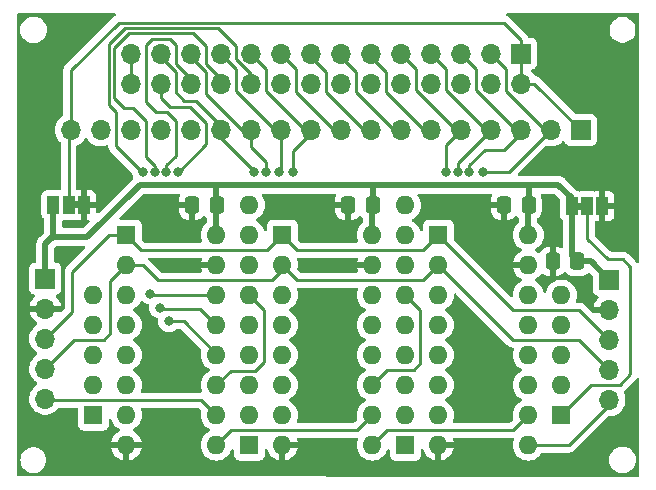
<source format=gbr>
%TF.GenerationSoftware,KiCad,Pcbnew,7.0.1*%
%TF.CreationDate,2023-05-21T17:17:07+09:00*%
%TF.ProjectId,joystick_74hc165_input,6a6f7973-7469-4636-9b5f-373468633136,4*%
%TF.SameCoordinates,Original*%
%TF.FileFunction,Copper,L1,Top*%
%TF.FilePolarity,Positive*%
%FSLAX46Y46*%
G04 Gerber Fmt 4.6, Leading zero omitted, Abs format (unit mm)*
G04 Created by KiCad (PCBNEW 7.0.1) date 2023-05-21 17:17:07*
%MOMM*%
%LPD*%
G01*
G04 APERTURE LIST*
G04 Aperture macros list*
%AMRoundRect*
0 Rectangle with rounded corners*
0 $1 Rounding radius*
0 $2 $3 $4 $5 $6 $7 $8 $9 X,Y pos of 4 corners*
0 Add a 4 corners polygon primitive as box body*
4,1,4,$2,$3,$4,$5,$6,$7,$8,$9,$2,$3,0*
0 Add four circle primitives for the rounded corners*
1,1,$1+$1,$2,$3*
1,1,$1+$1,$4,$5*
1,1,$1+$1,$6,$7*
1,1,$1+$1,$8,$9*
0 Add four rect primitives between the rounded corners*
20,1,$1+$1,$2,$3,$4,$5,0*
20,1,$1+$1,$4,$5,$6,$7,0*
20,1,$1+$1,$6,$7,$8,$9,0*
20,1,$1+$1,$8,$9,$2,$3,0*%
G04 Aperture macros list end*
%TA.AperFunction,ComponentPad*%
%ADD10R,1.700000X1.700000*%
%TD*%
%TA.AperFunction,ComponentPad*%
%ADD11O,1.700000X1.700000*%
%TD*%
%TA.AperFunction,ComponentPad*%
%ADD12R,1.600000X1.600000*%
%TD*%
%TA.AperFunction,ComponentPad*%
%ADD13O,1.600000X1.600000*%
%TD*%
%TA.AperFunction,SMDPad,CuDef*%
%ADD14RoundRect,0.250000X0.337500X0.475000X-0.337500X0.475000X-0.337500X-0.475000X0.337500X-0.475000X0*%
%TD*%
%TA.AperFunction,SMDPad,CuDef*%
%ADD15R,1.000000X1.500000*%
%TD*%
%TA.AperFunction,ViaPad*%
%ADD16C,0.800000*%
%TD*%
%TA.AperFunction,Conductor*%
%ADD17C,0.250000*%
%TD*%
%TA.AperFunction,Conductor*%
%ADD18C,0.500000*%
%TD*%
G04 APERTURE END LIST*
%TA.AperFunction,EtchedComponent*%
%TO.C,SHORT1*%
G36*
X135316800Y-101417400D02*
G01*
X134816800Y-101417400D01*
X134816800Y-100817400D01*
X135316800Y-100817400D01*
X135316800Y-101417400D01*
G37*
%TD.AperFunction*%
%TA.AperFunction,EtchedComponent*%
%TO.C,PULL1*%
G36*
X177908000Y-101544400D02*
G01*
X177408000Y-101544400D01*
X177408000Y-100944400D01*
X177908000Y-100944400D01*
X177908000Y-101544400D01*
G37*
%TD.AperFunction*%
%TD*%
D10*
%TO.P,J2,1,Pin_1*%
%TO.N,/C_SHORT*%
X172694600Y-88315800D03*
D11*
%TO.P,J2,2,Pin_2*%
X172694600Y-90855800D03*
%TO.P,J2,3,Pin_3*%
%TO.N,/C_P1_UP*%
X170154600Y-88315800D03*
%TO.P,J2,4,Pin_4*%
%TO.N,/C_P2_UP*%
X170154600Y-90855800D03*
%TO.P,J2,5,Pin_5*%
%TO.N,/C_P1_DOWN*%
X167614600Y-88315800D03*
%TO.P,J2,6,Pin_6*%
%TO.N,/C_P2_DOWN*%
X167614600Y-90855800D03*
%TO.P,J2,7,Pin_7*%
%TO.N,/C_P1_LEFT*%
X165074600Y-88315800D03*
%TO.P,J2,8,Pin_8*%
%TO.N,/C_P2_LEFT*%
X165074600Y-90855800D03*
%TO.P,J2,9,Pin_9*%
%TO.N,/C_P1_RIGHT*%
X162534600Y-88315800D03*
%TO.P,J2,10,Pin_10*%
%TO.N,/C_P2_RIGHT*%
X162534600Y-90855800D03*
%TO.P,J2,11,Pin_11*%
%TO.N,/C_P1_START*%
X159994600Y-88315800D03*
%TO.P,J2,12,Pin_12*%
%TO.N,/C_P2_START*%
X159994600Y-90855800D03*
%TO.P,J2,13,Pin_13*%
%TO.N,/C_P1_SELECT*%
X157454600Y-88315800D03*
%TO.P,J2,14,Pin_14*%
%TO.N,/C_P2_SELECT*%
X157454600Y-90855800D03*
%TO.P,J2,15,Pin_15*%
%TO.N,/C_P1_A*%
X154914600Y-88315800D03*
%TO.P,J2,16,Pin_16*%
%TO.N,/C_P2_A*%
X154914600Y-90855800D03*
%TO.P,J2,17,Pin_17*%
%TO.N,/C_P1_B*%
X152374600Y-88315800D03*
%TO.P,J2,18,Pin_18*%
%TO.N,/C_P2_B*%
X152374600Y-90855800D03*
%TO.P,J2,19,Pin_19*%
%TO.N,/C_P1_X*%
X149834600Y-88315800D03*
%TO.P,J2,20,Pin_20*%
%TO.N,/C_P2_X*%
X149834600Y-90855800D03*
%TO.P,J2,21,Pin_21*%
%TO.N,/C_P1_Y*%
X147294600Y-88315800D03*
%TO.P,J2,22,Pin_22*%
%TO.N,/C_P2_Y*%
X147294600Y-90855800D03*
%TO.P,J2,23,Pin_23*%
%TO.N,/C_P1_L*%
X144754600Y-88315800D03*
%TO.P,J2,24,Pin_24*%
%TO.N,/C_P2_L*%
X144754600Y-90855800D03*
%TO.P,J2,25,Pin_25*%
%TO.N,/C_P1_R*%
X142214600Y-88315800D03*
%TO.P,J2,26,Pin_26*%
%TO.N,/C_P2_R*%
X142214600Y-90855800D03*
%TO.P,J2,27,Pin_27*%
%TO.N,/C_SHORT*%
X139674600Y-88315800D03*
%TO.P,J2,28,Pin_28*%
X139674600Y-90855800D03*
%TD*%
D10*
%TO.P,IN1,1,Pin_1*%
%TO.N,VCC*%
X132435600Y-107365800D03*
D11*
%TO.P,IN1,2,Pin_2*%
%TO.N,GND*%
X132435600Y-109905800D03*
%TO.P,IN1,3,Pin_3*%
%TO.N,/LOAD*%
X132435600Y-112445800D03*
%TO.P,IN1,4,Pin_4*%
%TO.N,/CLK*%
X132435600Y-114985800D03*
%TO.P,IN1,5,Pin_5*%
%TO.N,/D_IN*%
X132435600Y-117525800D03*
%TD*%
D10*
%TO.P,J1,1,Pin_1*%
%TO.N,/C_SHORT*%
X177774600Y-94792800D03*
D11*
%TO.P,J1,2,Pin_2*%
%TO.N,/C_P1_UP*%
X175234600Y-94792800D03*
%TO.P,J1,3,Pin_3*%
%TO.N,/C_P1_DOWN*%
X172694600Y-94792800D03*
%TO.P,J1,4,Pin_4*%
%TO.N,/C_P1_LEFT*%
X170154600Y-94792800D03*
%TO.P,J1,5,Pin_5*%
%TO.N,/C_P1_RIGHT*%
X167614600Y-94792800D03*
%TO.P,J1,6,Pin_6*%
%TO.N,/C_P1_START*%
X165074600Y-94792800D03*
%TO.P,J1,7,Pin_7*%
%TO.N,/C_P1_SELECT*%
X162534600Y-94792800D03*
%TO.P,J1,8,Pin_8*%
%TO.N,/C_P1_A*%
X159994600Y-94792800D03*
%TO.P,J1,9,Pin_9*%
%TO.N,/C_P1_B*%
X157454600Y-94792800D03*
%TO.P,J1,10,Pin_10*%
%TO.N,/C_P1_X*%
X154914600Y-94792800D03*
%TO.P,J1,11,Pin_11*%
%TO.N,/C_P1_Y*%
X152374600Y-94792800D03*
%TO.P,J1,12,Pin_12*%
%TO.N,/C_P1_L*%
X149834600Y-94792800D03*
%TO.P,J1,13,Pin_13*%
%TO.N,/C_P1_R*%
X147294600Y-94792800D03*
%TO.P,J1,14,Pin_14*%
%TO.N,/C_P2_UP*%
X144754600Y-94792800D03*
%TO.P,J1,15,Pin_15*%
%TO.N,/C_P2_DOWN*%
X142214600Y-94792800D03*
%TO.P,J1,16,Pin_16*%
%TO.N,/C_P2_LEFT*%
X139674600Y-94792800D03*
%TO.P,J1,17,Pin_17*%
%TO.N,/C_P2_RIGHT*%
X137134600Y-94792800D03*
%TO.P,J1,18,Pin_18*%
%TO.N,/C_SHORT*%
X134594600Y-94792800D03*
%TD*%
D12*
%TO.P,74HC165_1,1,~{PL}*%
%TO.N,/LOAD*%
X165709600Y-103682800D03*
D13*
%TO.P,74HC165_1,2,CP*%
%TO.N,/CLK*%
X165709600Y-106222800D03*
%TO.P,74HC165_1,3,D4*%
%TO.N,/C_P1_RIGHT*%
X165709600Y-108762800D03*
%TO.P,74HC165_1,4,D5*%
%TO.N,/C_P1_LEFT*%
X165709600Y-111302800D03*
%TO.P,74HC165_1,5,D6*%
%TO.N,/C_P1_DOWN*%
X165709600Y-113842800D03*
%TO.P,74HC165_1,6,D7*%
%TO.N,/C_P1_UP*%
X165709600Y-116382800D03*
%TO.P,74HC165_1,7,~{Q7}*%
%TO.N,unconnected-(74HC165_1-Pad7)*%
X165709600Y-118922800D03*
%TO.P,74HC165_1,8,GND*%
%TO.N,GND*%
X165709600Y-121462800D03*
%TO.P,74HC165_1,9,Q7*%
%TO.N,/D_OUT*%
X173329600Y-121462800D03*
%TO.P,74HC165_1,10,DS*%
%TO.N,/D_OUT_2*%
X173329600Y-118922800D03*
%TO.P,74HC165_1,11,D0*%
%TO.N,/C_P1_B*%
X173329600Y-116382800D03*
%TO.P,74HC165_1,12,D1*%
%TO.N,/C_P1_A*%
X173329600Y-113842800D03*
%TO.P,74HC165_1,13,D2*%
%TO.N,/C_P1_SELECT*%
X173329600Y-111302800D03*
%TO.P,74HC165_1,14,D3*%
%TO.N,/C_P1_START*%
X173329600Y-108762800D03*
%TO.P,74HC165_1,15,~{CE}*%
%TO.N,GND*%
X173329600Y-106222800D03*
%TO.P,74HC165_1,16,VCC*%
%TO.N,VCC*%
X173329600Y-103682800D03*
%TD*%
D12*
%TO.P,74HC165_2,1,~{PL}*%
%TO.N,/LOAD*%
X152501600Y-103682800D03*
D13*
%TO.P,74HC165_2,2,CP*%
%TO.N,/CLK*%
X152501600Y-106222800D03*
%TO.P,74HC165_2,3,D4*%
%TO.N,/C_P1_R*%
X152501600Y-108762800D03*
%TO.P,74HC165_2,4,D5*%
%TO.N,/C_P1_L*%
X152501600Y-111302800D03*
%TO.P,74HC165_2,5,D6*%
%TO.N,/C_P1_Y*%
X152501600Y-113842800D03*
%TO.P,74HC165_2,6,D7*%
%TO.N,/C_P1_X*%
X152501600Y-116382800D03*
%TO.P,74HC165_2,7,~{Q7}*%
%TO.N,unconnected-(74HC165_2-Pad7)*%
X152501600Y-118922800D03*
%TO.P,74HC165_2,8,GND*%
%TO.N,GND*%
X152501600Y-121462800D03*
%TO.P,74HC165_2,9,Q7*%
%TO.N,/D_OUT_2*%
X160121600Y-121462800D03*
%TO.P,74HC165_2,10,DS*%
%TO.N,/D_OUT_3*%
X160121600Y-118922800D03*
%TO.P,74HC165_2,11,D0*%
%TO.N,/C_P2_RIGHT*%
X160121600Y-116382800D03*
%TO.P,74HC165_2,12,D1*%
%TO.N,/C_P2_LEFT*%
X160121600Y-113842800D03*
%TO.P,74HC165_2,13,D2*%
%TO.N,/C_P2_DOWN*%
X160121600Y-111302800D03*
%TO.P,74HC165_2,14,D3*%
%TO.N,/C_P2_UP*%
X160121600Y-108762800D03*
%TO.P,74HC165_2,15,~{CE}*%
%TO.N,GND*%
X160121600Y-106222800D03*
%TO.P,74HC165_2,16,VCC*%
%TO.N,VCC*%
X160121600Y-103682800D03*
%TD*%
D14*
%TO.P,C3,1*%
%TO.N,VCC*%
X160143100Y-101142800D03*
%TO.P,C3,2*%
%TO.N,GND*%
X158068100Y-101142800D03*
%TD*%
%TO.P,C4,1*%
%TO.N,VCC*%
X146935100Y-101142800D03*
%TO.P,C4,2*%
%TO.N,GND*%
X144860100Y-101142800D03*
%TD*%
D12*
%TO.P,RN1,1,common*%
%TO.N,/PULL*%
X176123600Y-118922800D03*
D13*
%TO.P,RN1,2,R1*%
%TO.N,/C_P1_B*%
X176123600Y-116382800D03*
%TO.P,RN1,3,R2*%
%TO.N,/C_P1_A*%
X176123600Y-113842800D03*
%TO.P,RN1,4,R3*%
%TO.N,/C_P1_SELECT*%
X176123600Y-111302800D03*
%TO.P,RN1,5,R4*%
%TO.N,/C_P1_START*%
X176123600Y-108762800D03*
%TD*%
D12*
%TO.P,RN4,1,common*%
%TO.N,/PULL*%
X136499600Y-118922800D03*
D13*
%TO.P,RN4,2,R1*%
%TO.N,/C_P2_START*%
X136499600Y-116382800D03*
%TO.P,RN4,3,R2*%
%TO.N,/C_P2_SELECT*%
X136499600Y-113842800D03*
%TO.P,RN4,4,R3*%
%TO.N,/C_P2_A*%
X136499600Y-111302800D03*
%TO.P,RN4,5,R4*%
%TO.N,/C_P2_B*%
X136499600Y-108762800D03*
%TD*%
D12*
%TO.P,RN2,1,common*%
%TO.N,/PULL*%
X162915600Y-121477800D03*
D13*
%TO.P,RN2,2,R1*%
%TO.N,/C_P1_UP*%
X162915600Y-118937800D03*
%TO.P,RN2,3,R2*%
%TO.N,/C_P1_DOWN*%
X162915600Y-116397800D03*
%TO.P,RN2,4,R3*%
%TO.N,/C_P1_LEFT*%
X162915600Y-113857800D03*
%TO.P,RN2,5,R4*%
%TO.N,/C_P1_RIGHT*%
X162915600Y-111317800D03*
%TO.P,RN2,6,R5*%
%TO.N,/C_P2_RIGHT*%
X162915600Y-108777800D03*
%TO.P,RN2,7,R6*%
%TO.N,/C_P2_LEFT*%
X162915600Y-106237800D03*
%TO.P,RN2,8,R7*%
%TO.N,/C_P2_DOWN*%
X162915600Y-103697800D03*
%TO.P,RN2,9,R8*%
%TO.N,/C_P2_UP*%
X162915600Y-101157800D03*
%TD*%
D12*
%TO.P,74HC165_3,1,~{PL}*%
%TO.N,/LOAD*%
X139293600Y-103682800D03*
D13*
%TO.P,74HC165_3,2,CP*%
%TO.N,/CLK*%
X139293600Y-106222800D03*
%TO.P,74HC165_3,3,D4*%
%TO.N,/C_P2_B*%
X139293600Y-108762800D03*
%TO.P,74HC165_3,4,D5*%
%TO.N,/C_P2_A*%
X139293600Y-111302800D03*
%TO.P,74HC165_3,5,D6*%
%TO.N,/C_P2_SELECT*%
X139293600Y-113842800D03*
%TO.P,74HC165_3,6,D7*%
%TO.N,/C_P2_START*%
X139293600Y-116382800D03*
%TO.P,74HC165_3,7,~{Q7}*%
%TO.N,unconnected-(74HC165_3-Pad7)*%
X139293600Y-118922800D03*
%TO.P,74HC165_3,8,GND*%
%TO.N,GND*%
X139293600Y-121462800D03*
%TO.P,74HC165_3,9,Q7*%
%TO.N,/D_OUT_3*%
X146913600Y-121462800D03*
%TO.P,74HC165_3,10,DS*%
%TO.N,/D_IN*%
X146913600Y-118922800D03*
%TO.P,74HC165_3,11,D0*%
%TO.N,/C_P2_R*%
X146913600Y-116382800D03*
%TO.P,74HC165_3,12,D1*%
%TO.N,/C_P2_L*%
X146913600Y-113842800D03*
%TO.P,74HC165_3,13,D2*%
%TO.N,/C_P2_Y*%
X146913600Y-111302800D03*
%TO.P,74HC165_3,14,D3*%
%TO.N,/C_P2_X*%
X146913600Y-108762800D03*
%TO.P,74HC165_3,15,~{CE}*%
%TO.N,GND*%
X146913600Y-106222800D03*
%TO.P,74HC165_3,16,VCC*%
%TO.N,VCC*%
X146913600Y-103682800D03*
%TD*%
D12*
%TO.P,RN3,1,common*%
%TO.N,/PULL*%
X149707600Y-121462800D03*
D13*
%TO.P,RN3,2,R1*%
%TO.N,/C_P1_X*%
X149707600Y-118922800D03*
%TO.P,RN3,3,R2*%
%TO.N,/C_P1_Y*%
X149707600Y-116382800D03*
%TO.P,RN3,4,R3*%
%TO.N,/C_P1_L*%
X149707600Y-113842800D03*
%TO.P,RN3,5,R4*%
%TO.N,/C_P1_R*%
X149707600Y-111302800D03*
%TO.P,RN3,6,R5*%
%TO.N,/C_P2_R*%
X149707600Y-108762800D03*
%TO.P,RN3,7,R6*%
%TO.N,/C_P2_L*%
X149707600Y-106222800D03*
%TO.P,RN3,8,R7*%
%TO.N,/C_P2_Y*%
X149707600Y-103682800D03*
%TO.P,RN3,9,R8*%
%TO.N,/C_P2_X*%
X149707600Y-101142800D03*
%TD*%
D14*
%TO.P,C2,1*%
%TO.N,VCC*%
X173351100Y-101142800D03*
%TO.P,C2,2*%
%TO.N,GND*%
X171276100Y-101142800D03*
%TD*%
D10*
%TO.P,OUT1,1,Pin_1*%
%TO.N,VCC*%
X180187600Y-107492800D03*
D11*
%TO.P,OUT1,2,Pin_2*%
%TO.N,GND*%
X180187600Y-110032800D03*
%TO.P,OUT1,3,Pin_3*%
%TO.N,/LOAD*%
X180187600Y-112572800D03*
%TO.P,OUT1,4,Pin_4*%
%TO.N,/CLK*%
X180187600Y-115112800D03*
%TO.P,OUT1,5,Pin_5*%
%TO.N,/D_OUT*%
X180187600Y-117652800D03*
%TD*%
D15*
%TO.P,SHORT1,1,A*%
%TO.N,GND*%
X135716800Y-101117400D03*
%TO.P,SHORT1,2,C*%
%TO.N,/C_SHORT*%
X134416800Y-101117400D03*
%TO.P,SHORT1,3,B*%
%TO.N,VCC*%
X133116800Y-101117400D03*
%TD*%
%TO.P,PULL1,1,A*%
%TO.N,VCC*%
X177008000Y-101244400D03*
%TO.P,PULL1,2,C*%
%TO.N,/PULL*%
X178308000Y-101244400D03*
%TO.P,PULL1,3,B*%
%TO.N,GND*%
X179608000Y-101244400D03*
%TD*%
D14*
%TO.P,C1,1*%
%TO.N,VCC*%
X177465900Y-105918000D03*
%TO.P,C1,2*%
%TO.N,GND*%
X175390900Y-105918000D03*
%TD*%
D16*
%TO.N,GND*%
X178257200Y-90728800D03*
X144475200Y-106222800D03*
X179374800Y-90728800D03*
X156311600Y-116230400D03*
X137922000Y-98704400D03*
X156311600Y-106349800D03*
X156311600Y-103047800D03*
X140004800Y-101650800D03*
X165582600Y-101269800D03*
X144500600Y-103301800D03*
X178308000Y-89662000D03*
X179374800Y-89712800D03*
X145034000Y-114909600D03*
X142036800Y-115417600D03*
X169570400Y-116281200D03*
%TO.N,/C_P1_UP*%
X169482153Y-98348298D03*
%TO.N,/C_P1_DOWN*%
X168341296Y-98348298D03*
%TO.N,/C_P1_LEFT*%
X167335911Y-98348298D03*
%TO.N,/C_P1_RIGHT*%
X166336408Y-98348298D03*
%TO.N,/C_P1_X*%
X153390600Y-98348800D03*
%TO.N,/C_P1_Y*%
X152247600Y-98348780D03*
%TO.N,/C_P1_L*%
X151146169Y-98317567D03*
%TO.N,/C_P1_R*%
X150105666Y-98302383D03*
%TO.N,/C_P2_X*%
X141325600Y-108635800D03*
X140690600Y-98348800D03*
%TO.N,/C_P2_Y*%
X142138400Y-109829600D03*
X141694983Y-98347648D03*
%TO.N,/C_P2_L*%
X142900400Y-110998000D03*
X142694485Y-98348806D03*
%TO.N,/C_P2_R*%
X143693987Y-98348800D03*
%TD*%
D17*
%TO.N,/PULL*%
X176123600Y-118922800D02*
X178663600Y-116382800D01*
X181965600Y-106375200D02*
X181305200Y-105714800D01*
X178308000Y-103987600D02*
X178308000Y-101244400D01*
X181051200Y-116382800D02*
X181965600Y-115468400D01*
X181965600Y-115468400D02*
X181965600Y-106375200D01*
X178663600Y-116382800D02*
X181051200Y-116382800D01*
X180035200Y-105714800D02*
X178308000Y-103987600D01*
X181305200Y-105714800D02*
X180035200Y-105714800D01*
D18*
%TO.N,VCC*%
X146913600Y-101121300D02*
X146913600Y-99415600D01*
X146935100Y-101142800D02*
X146913600Y-101121300D01*
X140411200Y-99415600D02*
X135991600Y-103835200D01*
X173351100Y-101142800D02*
X173351100Y-99546500D01*
X160143100Y-101142800D02*
X160143100Y-99415600D01*
X133045200Y-103835200D02*
X132435600Y-104444800D01*
X177008000Y-100554000D02*
X175869600Y-99415600D01*
X177008000Y-105460100D02*
X177008000Y-101244400D01*
X177008000Y-101244400D02*
X177008000Y-100554000D01*
X132435600Y-104444800D02*
X133116800Y-103763600D01*
X135991600Y-103835200D02*
X133045200Y-103835200D01*
X180187600Y-107492800D02*
X178612800Y-105918000D01*
X173329600Y-101164300D02*
X173351100Y-101142800D01*
X132435600Y-107365800D02*
X132435600Y-104444800D01*
X133116800Y-103763600D02*
X133116800Y-101117400D01*
X146913600Y-103682800D02*
X146913600Y-101164300D01*
X160121600Y-101164300D02*
X160143100Y-101142800D01*
X173329600Y-103682800D02*
X173329600Y-101164300D01*
X175869600Y-99415600D02*
X140411200Y-99415600D01*
X178612800Y-105918000D02*
X177465900Y-105918000D01*
X146913600Y-101164300D02*
X146935100Y-101142800D01*
X177465900Y-105918000D02*
X177008000Y-105460100D01*
X160121600Y-103682800D02*
X160121600Y-101164300D01*
D17*
%TO.N,/D_IN*%
X132435600Y-117525800D02*
X132562600Y-117652800D01*
X132562600Y-117652800D02*
X145643600Y-117652800D01*
X145643600Y-117652800D02*
X146913600Y-118922800D01*
%TO.N,/D_OUT*%
X180187600Y-118033800D02*
X180187600Y-117652800D01*
X173329600Y-121462800D02*
X176758600Y-121462800D01*
X176758600Y-121462800D02*
X180187600Y-118033800D01*
%TO.N,/LOAD*%
X177647600Y-110032800D02*
X172059600Y-110032800D01*
X139293600Y-103682800D02*
X137820400Y-103682800D01*
X151231600Y-104952800D02*
X152501600Y-103682800D01*
X180187600Y-112572800D02*
X177647600Y-110032800D01*
X164439600Y-104952800D02*
X165709600Y-103682800D01*
X139293600Y-103682800D02*
X140563600Y-104952800D01*
X152501600Y-103682800D02*
X153771600Y-104952800D01*
X172059600Y-110032800D02*
X165709600Y-103682800D01*
X140563600Y-104952800D02*
X151231600Y-104952800D01*
X134721600Y-110159800D02*
X132435600Y-112445800D01*
X134721600Y-106781600D02*
X134721600Y-110159800D01*
X137820400Y-103682800D02*
X134721600Y-106781600D01*
X153771600Y-104952800D02*
X164439600Y-104952800D01*
%TO.N,/CLK*%
X141960600Y-107492800D02*
X151612600Y-107492800D01*
X140690600Y-106222800D02*
X141960600Y-107492800D01*
X137364878Y-112572800D02*
X137922000Y-112015678D01*
X132435600Y-114985800D02*
X134848600Y-112572800D01*
X172059600Y-112572800D02*
X165709600Y-106222800D01*
X137922000Y-107594400D02*
X139293600Y-106222800D01*
X153771600Y-107492800D02*
X152501600Y-106222800D01*
X137922000Y-112015678D02*
X137922000Y-107594400D01*
X177647600Y-112572800D02*
X172059600Y-112572800D01*
X139293600Y-106222800D02*
X140690600Y-106222800D01*
X151612600Y-107492800D02*
X152501600Y-106603800D01*
X134848600Y-112572800D02*
X137364878Y-112572800D01*
X165709600Y-106222800D02*
X164439600Y-107492800D01*
X152501600Y-106603800D02*
X152501600Y-106222800D01*
X164439600Y-107492800D02*
X153771600Y-107492800D01*
X180187600Y-115112800D02*
X177647600Y-112572800D01*
%TO.N,/C_P1_START*%
X161264600Y-89839800D02*
X159994600Y-88569800D01*
X165201600Y-94792800D02*
X164478598Y-94792800D01*
X161264600Y-91578802D02*
X161264600Y-89839800D01*
X164478598Y-94792800D02*
X161264600Y-91578802D01*
%TO.N,/C_P1_SELECT*%
X161938598Y-94792800D02*
X158724600Y-91578802D01*
X158724600Y-89839800D02*
X157454600Y-88569800D01*
X158724600Y-91578802D02*
X158724600Y-89839800D01*
X162661600Y-94792800D02*
X161938598Y-94792800D01*
%TO.N,/C_P1_A*%
X160121600Y-94792800D02*
X159398598Y-94792800D01*
X159398598Y-94792800D02*
X156184600Y-91578802D01*
X156184600Y-91578802D02*
X156184600Y-89839800D01*
X156184600Y-89839800D02*
X154914600Y-88569800D01*
%TO.N,/C_P1_B*%
X157454600Y-94792800D02*
X156902599Y-94792800D01*
X153644600Y-91534801D02*
X153644600Y-89585800D01*
X153644600Y-89585800D02*
X152374600Y-88315800D01*
X156902599Y-94792800D02*
X153644600Y-91534801D01*
%TO.N,/C_P1_UP*%
X174726600Y-94792800D02*
X171424600Y-91490800D01*
X171424600Y-89585800D02*
X170154600Y-88315800D01*
X175209200Y-94792800D02*
X175234600Y-94792800D01*
X169482153Y-98348298D02*
X171653702Y-98348298D01*
X175234600Y-94792800D02*
X174726600Y-94792800D01*
X171424600Y-91490800D02*
X171424600Y-89585800D01*
X171653702Y-98348298D02*
X175209200Y-94792800D01*
%TO.N,/C_P1_DOWN*%
X169621200Y-96469200D02*
X171246800Y-96469200D01*
X168884600Y-91363800D02*
X168884600Y-89585800D01*
X172313600Y-94792800D02*
X168884600Y-91363800D01*
X168341296Y-97749104D02*
X169621200Y-96469200D01*
X172492719Y-94792800D02*
X172229155Y-94792800D01*
X168341296Y-98348298D02*
X168341296Y-97749104D01*
X172694600Y-94792800D02*
X172313600Y-94792800D01*
X172694600Y-95021400D02*
X172694600Y-94792800D01*
X168884600Y-89585800D02*
X167614600Y-88315800D01*
X172229155Y-94792800D02*
X172694600Y-94792800D01*
X171246800Y-96469200D02*
X172694600Y-95021400D01*
X172492719Y-94792800D02*
X172694600Y-94792800D01*
%TO.N,/C_P1_LEFT*%
X169773600Y-94792800D02*
X166344600Y-91363800D01*
X167335911Y-98348298D02*
X167335911Y-97611489D01*
X166344600Y-89585800D02*
X165074600Y-88315800D01*
X166344600Y-91363800D02*
X166344600Y-89585800D01*
X170154600Y-94792800D02*
X169773600Y-94792800D01*
X167335911Y-97611489D02*
X170154600Y-94792800D01*
%TO.N,/C_P1_RIGHT*%
X167189599Y-94792800D02*
X167614600Y-94792800D01*
X163804600Y-89585800D02*
X163804600Y-91407801D01*
X166336408Y-96070992D02*
X167614600Y-94792800D01*
X166336408Y-98348298D02*
X166336408Y-96070992D01*
X163804600Y-91407801D02*
X167189599Y-94792800D01*
X162534600Y-88315800D02*
X163804600Y-89585800D01*
%TO.N,/C_P1_X*%
X154406600Y-94792800D02*
X151104600Y-91490800D01*
X153390600Y-98348800D02*
X153390600Y-96570800D01*
X153390600Y-96570800D02*
X154914600Y-95046800D01*
X151104600Y-89585800D02*
X149834600Y-88315800D01*
X154914600Y-95046800D02*
X154914600Y-94792800D01*
X154914600Y-94792800D02*
X154406600Y-94792800D01*
X151104600Y-91490800D02*
X151104600Y-89585800D01*
%TO.N,/C_P1_Y*%
X151866600Y-94792800D02*
X148564600Y-91490800D01*
X148564600Y-91490800D02*
X148564600Y-89585800D01*
X152374600Y-98221780D02*
X152247600Y-98348780D01*
X148564600Y-89585800D02*
X147294600Y-88315800D01*
X152374600Y-94792800D02*
X152374600Y-98221780D01*
X152374600Y-94792800D02*
X151866600Y-94792800D01*
%TO.N,/C_P1_L*%
X151146169Y-97501369D02*
X151146169Y-98317567D01*
X149834600Y-96189800D02*
X151146169Y-97501369D01*
X149834600Y-94792800D02*
X149098000Y-94792800D01*
X146024600Y-91719400D02*
X146024600Y-89839800D01*
X146024600Y-89839800D02*
X144754600Y-88569800D01*
X149834600Y-94792800D02*
X149834600Y-96189800D01*
X149098000Y-94792800D02*
X146024600Y-91719400D01*
%TO.N,/C_P1_R*%
X143484600Y-91578802D02*
X143484600Y-89839800D01*
X144209398Y-92303600D02*
X143484600Y-91578802D01*
X147294600Y-94792800D02*
X147294600Y-94411800D01*
X147294600Y-94792800D02*
X147294600Y-95478600D01*
X143484600Y-89839800D02*
X142214600Y-88569800D01*
X147294600Y-94411800D02*
X145186400Y-92303600D01*
X147294600Y-95478600D02*
X150105666Y-98289666D01*
X150105666Y-98289666D02*
X150105666Y-98302383D01*
X145186400Y-92303600D02*
X144209398Y-92303600D01*
%TO.N,/C_P2_RIGHT*%
X164185600Y-114554000D02*
X164185600Y-110047800D01*
X160121600Y-116382800D02*
X161391600Y-115112800D01*
X164185600Y-110047800D02*
X162915600Y-108777800D01*
X161391600Y-115112800D02*
X163626800Y-115112800D01*
X163626800Y-115112800D02*
X164185600Y-114554000D01*
%TO.N,/C_P2_X*%
X141325600Y-108635800D02*
X141452600Y-108762800D01*
X147053578Y-86145778D02*
X148564600Y-87656800D01*
X137796101Y-92634901D02*
X137796101Y-87525888D01*
X141452600Y-108762800D02*
X146913600Y-108762800D01*
X138404600Y-93243400D02*
X137796101Y-92634901D01*
X140690600Y-98348800D02*
X140593622Y-98348800D01*
X137796101Y-87525888D02*
X139176211Y-86145778D01*
X138404600Y-96159778D02*
X138404600Y-93243400D01*
X149834600Y-90054802D02*
X149834600Y-90855800D01*
X148564600Y-88784802D02*
X149834600Y-90054802D01*
X139176211Y-86145778D02*
X147053578Y-86145778D01*
X140593622Y-98348800D02*
X138404600Y-96159778D01*
X148564600Y-87656800D02*
X148564600Y-88784802D01*
%TO.N,/C_P2_Y*%
X145516600Y-109905800D02*
X146913600Y-111302800D01*
X146024600Y-87656800D02*
X146024600Y-89203390D01*
X140944600Y-97078800D02*
X140944600Y-94005400D01*
X142138400Y-109829600D02*
X142214600Y-109905800D01*
X138277600Y-92100400D02*
X138277600Y-87807800D01*
X141694983Y-98347648D02*
X141694983Y-97829183D01*
X140944600Y-94005400D02*
X139852400Y-92913200D01*
X139852400Y-92913200D02*
X139090400Y-92913200D01*
X143163000Y-86595789D02*
X143174022Y-86606811D01*
X143174022Y-86606811D02*
X144974611Y-86606811D01*
X138277600Y-87807800D02*
X139489611Y-86595789D01*
X142214600Y-109905800D02*
X145516600Y-109905800D01*
X141694983Y-97829183D02*
X140944600Y-97078800D01*
X147294600Y-90473390D02*
X147294600Y-90855800D01*
X139090400Y-92913200D02*
X138277600Y-92100400D01*
X144974611Y-86606811D02*
X146024600Y-87656800D01*
X146024600Y-89203390D02*
X147294600Y-90473390D01*
X139489611Y-86595789D02*
X143163000Y-86595789D01*
%TO.N,/C_P2_L*%
X143484600Y-94056200D02*
X142697200Y-93268800D01*
X143484600Y-89203390D02*
X144754600Y-90473390D01*
X142694485Y-97741915D02*
X143484600Y-96951800D01*
X142694485Y-98348806D02*
X142694485Y-97741915D01*
X141833600Y-93268800D02*
X140944600Y-92379800D01*
X144170400Y-110998000D02*
X146913600Y-113741200D01*
X140944600Y-92379800D02*
X140944600Y-87553800D01*
X144754600Y-90473390D02*
X144754600Y-90855800D01*
X142976600Y-87045800D02*
X143484600Y-87553800D01*
X143484600Y-87553800D02*
X143484600Y-89203390D01*
X142697200Y-93268800D02*
X141833600Y-93268800D01*
X141452600Y-87045800D02*
X142976600Y-87045800D01*
X146913600Y-113741200D02*
X146913600Y-113842800D01*
X140944600Y-87553800D02*
X141452600Y-87045800D01*
X142900400Y-110998000D02*
X144170400Y-110998000D01*
X143484600Y-96951800D02*
X143484600Y-94056200D01*
%TO.N,/C_P2_R*%
X146050000Y-94183918D02*
X144695892Y-92829810D01*
X144695892Y-92829810D02*
X142986529Y-92829810D01*
X150977600Y-114401600D02*
X150977600Y-110032800D01*
X143693987Y-98348800D02*
X143713200Y-98348800D01*
X150215600Y-115163600D02*
X150977600Y-114401600D01*
X143713200Y-98348800D02*
X146050000Y-96012000D01*
X150977600Y-110032800D02*
X149707600Y-108762800D01*
X148132800Y-115163600D02*
X150215600Y-115163600D01*
X142986529Y-92829810D02*
X142214600Y-92057881D01*
X146050000Y-96012000D02*
X146050000Y-94183918D01*
X146913600Y-116382800D02*
X148132800Y-115163600D01*
X142214600Y-92057881D02*
X142214600Y-90855800D01*
%TO.N,/C_SHORT*%
X172694600Y-88315800D02*
X172694600Y-90855800D01*
X139674600Y-88569800D02*
X139674600Y-91109800D01*
X134594600Y-89738200D02*
X138636542Y-85696258D01*
X134594600Y-94792800D02*
X134594600Y-89738200D01*
X134416800Y-94970600D02*
X134594600Y-94792800D01*
X172694600Y-87147400D02*
X172694600Y-88315800D01*
X173837600Y-90855800D02*
X177774600Y-94792800D01*
X138636542Y-85696258D02*
X171243458Y-85696258D01*
X172694600Y-90855800D02*
X173837600Y-90855800D01*
X134416800Y-101117400D02*
X134416800Y-94970600D01*
X171243458Y-85696258D02*
X172694600Y-87147400D01*
%TO.N,/D_OUT_2*%
X161391600Y-120192800D02*
X172059600Y-120192800D01*
X172059600Y-120192800D02*
X173329600Y-118922800D01*
X160121600Y-121462800D02*
X161391600Y-120192800D01*
%TO.N,/D_OUT_3*%
X148183600Y-120192800D02*
X158851600Y-120192800D01*
X146913600Y-121462800D02*
X148183600Y-120192800D01*
X158851600Y-120192800D02*
X160121600Y-118922800D01*
%TD*%
%TA.AperFunction,Conductor*%
%TO.N,GND*%
G36*
X138365772Y-84905575D02*
G01*
X138412224Y-84956304D01*
X138425113Y-85023869D01*
X138400598Y-85088136D01*
X138345985Y-85129951D01*
X138340297Y-85132203D01*
X138328923Y-85136706D01*
X138293167Y-85162685D01*
X138283248Y-85169201D01*
X138245178Y-85191715D01*
X138230851Y-85206043D01*
X138215821Y-85218880D01*
X138199436Y-85230784D01*
X138171253Y-85264851D01*
X138163265Y-85273628D01*
X134205936Y-89230957D01*
X134189616Y-89244033D01*
X134140970Y-89295835D01*
X134138220Y-89298673D01*
X134118468Y-89318426D01*
X134118464Y-89318430D01*
X134118465Y-89318430D01*
X134115979Y-89321633D01*
X134108287Y-89330639D01*
X134078013Y-89362878D01*
X134068252Y-89380634D01*
X134057401Y-89397152D01*
X134044985Y-89413159D01*
X134027424Y-89453739D01*
X134022204Y-89464395D01*
X134000904Y-89503140D01*
X133995867Y-89522759D01*
X133989464Y-89541461D01*
X133981418Y-89560055D01*
X133974501Y-89603724D01*
X133972095Y-89615344D01*
X133961100Y-89658170D01*
X133961100Y-89678424D01*
X133959549Y-89698134D01*
X133956379Y-89718142D01*
X133960541Y-89762161D01*
X133961100Y-89774019D01*
X133961100Y-93515879D01*
X133943341Y-93580376D01*
X133895071Y-93626691D01*
X133870592Y-93639939D01*
X133849018Y-93651614D01*
X133671362Y-93789891D01*
X133518878Y-93955531D01*
X133395739Y-94144009D01*
X133305302Y-94350188D01*
X133250037Y-94568427D01*
X133250036Y-94568432D01*
X133231444Y-94792800D01*
X133250036Y-95017168D01*
X133250036Y-95017171D01*
X133250037Y-95017172D01*
X133305302Y-95235411D01*
X133395739Y-95441590D01*
X133518878Y-95630068D01*
X133601267Y-95719566D01*
X133671360Y-95795706D01*
X133734692Y-95845000D01*
X133770497Y-95889091D01*
X133783300Y-95944430D01*
X133783300Y-99732900D01*
X133766419Y-99795900D01*
X133720300Y-99842019D01*
X133657300Y-99858900D01*
X132568162Y-99858900D01*
X132507599Y-99865411D01*
X132370594Y-99916511D01*
X132253538Y-100004138D01*
X132165911Y-100121194D01*
X132114811Y-100258199D01*
X132108300Y-100318762D01*
X132108300Y-101916038D01*
X132114811Y-101976600D01*
X132165911Y-102113605D01*
X132253537Y-102230660D01*
X132307808Y-102271286D01*
X132344972Y-102315755D01*
X132358300Y-102372155D01*
X132358300Y-103397228D01*
X132348709Y-103445446D01*
X132321395Y-103486324D01*
X131944821Y-103862896D01*
X131930973Y-103874864D01*
X131911541Y-103889331D01*
X131879371Y-103927669D01*
X131871957Y-103935761D01*
X131868022Y-103939695D01*
X131848597Y-103964261D01*
X131846288Y-103967094D01*
X131796719Y-104026169D01*
X131786189Y-104042699D01*
X131753595Y-104112594D01*
X131752001Y-104115887D01*
X131717395Y-104184797D01*
X131710963Y-104203300D01*
X131695359Y-104278864D01*
X131694567Y-104282437D01*
X131676792Y-104357440D01*
X131674802Y-104376914D01*
X131677047Y-104454059D01*
X131677100Y-104457723D01*
X131677100Y-105881300D01*
X131660219Y-105944300D01*
X131614100Y-105990419D01*
X131551100Y-106007300D01*
X131536962Y-106007300D01*
X131476399Y-106013811D01*
X131339394Y-106064911D01*
X131222338Y-106152538D01*
X131134711Y-106269594D01*
X131095755Y-106374039D01*
X131083611Y-106406599D01*
X131077100Y-106467162D01*
X131077100Y-108264438D01*
X131083611Y-108325001D01*
X131084938Y-108328558D01*
X131134711Y-108462005D01*
X131222338Y-108579061D01*
X131339394Y-108666688D01*
X131339395Y-108666688D01*
X131339396Y-108666689D01*
X131454914Y-108709775D01*
X131505246Y-108744337D01*
X131533421Y-108798507D01*
X131532819Y-108859563D01*
X131503582Y-108913167D01*
X131360276Y-109068840D01*
X131237180Y-109257251D01*
X131146777Y-109463348D01*
X131099055Y-109651799D01*
X131099056Y-109651800D01*
X133772144Y-109651800D01*
X133772144Y-109651799D01*
X133724422Y-109463348D01*
X133634019Y-109257251D01*
X133510921Y-109068837D01*
X133367618Y-108913167D01*
X133338380Y-108859563D01*
X133337778Y-108798507D01*
X133365953Y-108744337D01*
X133416283Y-108709776D01*
X133531804Y-108666689D01*
X133648861Y-108579061D01*
X133736489Y-108462004D01*
X133787589Y-108325001D01*
X133794100Y-108264438D01*
X133794100Y-106467162D01*
X133787589Y-106406599D01*
X133736489Y-106269596D01*
X133701455Y-106222796D01*
X133648861Y-106152538D01*
X133531805Y-106064911D01*
X133443031Y-106031800D01*
X133394801Y-106013811D01*
X133334238Y-106007300D01*
X133320100Y-106007300D01*
X133257100Y-105990419D01*
X133210981Y-105944300D01*
X133194100Y-105881300D01*
X133194100Y-104811171D01*
X133203691Y-104762953D01*
X133231005Y-104722076D01*
X133322476Y-104630605D01*
X133363353Y-104603291D01*
X133411571Y-104593700D01*
X135709404Y-104593700D01*
X135766607Y-104607433D01*
X135811340Y-104645639D01*
X135833853Y-104699989D01*
X135829237Y-104758636D01*
X135798499Y-104808795D01*
X134332936Y-106274357D01*
X134316616Y-106287433D01*
X134267970Y-106339235D01*
X134265220Y-106342073D01*
X134245468Y-106361826D01*
X134245464Y-106361830D01*
X134245465Y-106361830D01*
X134242979Y-106365033D01*
X134235287Y-106374039D01*
X134205013Y-106406278D01*
X134195252Y-106424034D01*
X134184401Y-106440552D01*
X134171985Y-106456559D01*
X134154424Y-106497139D01*
X134149204Y-106507795D01*
X134127904Y-106546540D01*
X134122867Y-106566159D01*
X134116464Y-106584861D01*
X134108418Y-106603455D01*
X134101501Y-106647124D01*
X134099095Y-106658744D01*
X134088100Y-106701570D01*
X134088100Y-106721824D01*
X134086549Y-106741534D01*
X134083379Y-106761542D01*
X134087541Y-106805561D01*
X134088100Y-106817419D01*
X134088100Y-109845204D01*
X134078509Y-109893422D01*
X134051195Y-109934300D01*
X133862598Y-110122896D01*
X133821721Y-110150209D01*
X133773503Y-110159800D01*
X131099055Y-110159800D01*
X131146777Y-110348251D01*
X131237180Y-110554348D01*
X131360278Y-110742762D01*
X131512696Y-110908333D01*
X131690302Y-111046569D01*
X131723807Y-111064702D01*
X131772078Y-111111018D01*
X131789837Y-111175515D01*
X131772078Y-111240012D01*
X131723807Y-111286328D01*
X131690023Y-111304611D01*
X131512362Y-111442891D01*
X131359878Y-111608531D01*
X131236739Y-111797009D01*
X131146302Y-112003188D01*
X131091037Y-112221427D01*
X131091036Y-112221432D01*
X131072444Y-112445800D01*
X131091036Y-112670168D01*
X131091036Y-112670171D01*
X131091037Y-112670172D01*
X131146302Y-112888411D01*
X131236739Y-113094590D01*
X131344043Y-113258830D01*
X131359878Y-113283068D01*
X131472959Y-113405906D01*
X131512362Y-113448708D01*
X131690018Y-113586985D01*
X131690020Y-113586986D01*
X131690024Y-113586989D01*
X131723282Y-113604987D01*
X131771552Y-113651303D01*
X131789311Y-113715800D01*
X131771552Y-113780297D01*
X131723282Y-113826612D01*
X131698394Y-113840081D01*
X131690018Y-113844614D01*
X131512362Y-113982891D01*
X131359878Y-114148531D01*
X131236739Y-114337009D01*
X131146302Y-114543188D01*
X131101212Y-114721246D01*
X131091036Y-114761432D01*
X131072444Y-114985800D01*
X131091036Y-115210168D01*
X131091036Y-115210171D01*
X131091037Y-115210172D01*
X131146302Y-115428411D01*
X131236739Y-115634590D01*
X131342912Y-115797100D01*
X131359878Y-115823068D01*
X131461589Y-115933555D01*
X131512362Y-115988708D01*
X131553839Y-116020991D01*
X131690024Y-116126989D01*
X131723282Y-116144987D01*
X131771551Y-116191300D01*
X131789311Y-116255797D01*
X131771553Y-116320294D01*
X131723283Y-116366611D01*
X131690023Y-116384610D01*
X131512362Y-116522891D01*
X131359878Y-116688531D01*
X131236739Y-116877009D01*
X131146302Y-117083188D01*
X131106060Y-117242103D01*
X131091036Y-117301432D01*
X131072444Y-117525800D01*
X131091036Y-117750168D01*
X131091036Y-117750171D01*
X131091037Y-117750172D01*
X131146302Y-117968411D01*
X131236739Y-118174590D01*
X131236740Y-118174591D01*
X131359878Y-118363068D01*
X131494726Y-118509551D01*
X131512362Y-118528708D01*
X131675530Y-118655708D01*
X131690024Y-118666989D01*
X131888026Y-118774142D01*
X132100965Y-118847244D01*
X132323031Y-118884300D01*
X132548166Y-118884300D01*
X132548169Y-118884300D01*
X132770235Y-118847244D01*
X132983174Y-118774142D01*
X133181176Y-118666989D01*
X133358840Y-118528706D01*
X133511322Y-118363068D01*
X133524183Y-118343381D01*
X133569694Y-118301487D01*
X133629664Y-118286300D01*
X135065100Y-118286300D01*
X135128100Y-118303181D01*
X135174219Y-118349300D01*
X135191100Y-118412300D01*
X135191100Y-119771438D01*
X135197611Y-119832000D01*
X135248711Y-119969005D01*
X135336338Y-120086061D01*
X135453394Y-120173688D01*
X135453395Y-120173688D01*
X135453396Y-120173689D01*
X135590399Y-120224789D01*
X135650962Y-120231300D01*
X137348238Y-120231300D01*
X137408801Y-120224789D01*
X137545804Y-120173689D01*
X137662861Y-120086061D01*
X137750489Y-119969004D01*
X137801589Y-119832001D01*
X137808100Y-119771438D01*
X137808100Y-119391559D01*
X137822337Y-119333379D01*
X137861829Y-119288346D01*
X137917653Y-119266637D01*
X137977194Y-119273158D01*
X138026997Y-119306434D01*
X138055807Y-119358947D01*
X138059316Y-119372044D01*
X138156077Y-119579550D01*
X138287404Y-119767103D01*
X138449296Y-119928995D01*
X138449299Y-119928997D01*
X138449300Y-119928998D01*
X138636851Y-120060323D01*
X138676649Y-120078881D01*
X138729665Y-120125373D01*
X138749399Y-120193073D01*
X138729667Y-120260773D01*
X138676651Y-120307269D01*
X138637102Y-120325711D01*
X138449618Y-120456989D01*
X138287789Y-120618818D01*
X138156512Y-120806301D01*
X138059786Y-121013729D01*
X138007517Y-121208800D01*
X140579682Y-121208800D01*
X140527413Y-121013729D01*
X140430687Y-120806301D01*
X140299410Y-120618818D01*
X140137581Y-120456989D01*
X139950097Y-120325711D01*
X139910551Y-120307271D01*
X139857533Y-120260776D01*
X139837800Y-120193076D01*
X139857533Y-120125376D01*
X139910551Y-120078881D01*
X139911384Y-120078492D01*
X139950349Y-120060323D01*
X140137900Y-119928998D01*
X140299798Y-119767100D01*
X140431123Y-119579549D01*
X140527884Y-119372043D01*
X140587143Y-119150887D01*
X140607098Y-118922800D01*
X140587143Y-118694713D01*
X140527884Y-118473557D01*
X140524150Y-118465551D01*
X140512615Y-118404061D01*
X140532077Y-118344601D01*
X140577740Y-118301833D01*
X140638345Y-118286300D01*
X145329006Y-118286300D01*
X145377224Y-118295891D01*
X145418101Y-118323205D01*
X145604447Y-118509551D01*
X145637058Y-118566034D01*
X145637059Y-118631256D01*
X145620057Y-118694710D01*
X145600102Y-118922800D01*
X145620057Y-119150887D01*
X145679315Y-119372043D01*
X145776077Y-119579550D01*
X145907404Y-119767103D01*
X146069296Y-119928995D01*
X146069299Y-119928997D01*
X146069300Y-119928998D01*
X146256851Y-120060323D01*
X146296057Y-120078605D01*
X146349073Y-120125098D01*
X146368807Y-120192797D01*
X146349075Y-120260497D01*
X146296059Y-120306993D01*
X146256851Y-120325276D01*
X146069296Y-120456604D01*
X145907404Y-120618496D01*
X145776077Y-120806049D01*
X145679315Y-121013556D01*
X145620057Y-121234712D01*
X145600102Y-121462800D01*
X145620057Y-121690887D01*
X145679315Y-121912043D01*
X145776077Y-122119550D01*
X145907404Y-122307103D01*
X146069296Y-122468995D01*
X146256849Y-122600322D01*
X146464356Y-122697084D01*
X146523614Y-122712962D01*
X146685513Y-122756343D01*
X146913600Y-122776298D01*
X147141687Y-122756343D01*
X147362843Y-122697084D01*
X147570349Y-122600323D01*
X147757900Y-122468998D01*
X147919798Y-122307100D01*
X148051123Y-122119549D01*
X148147884Y-121912043D01*
X148151393Y-121898946D01*
X148180203Y-121846434D01*
X148230006Y-121813158D01*
X148289547Y-121806637D01*
X148345371Y-121828346D01*
X148384863Y-121873379D01*
X148399100Y-121931559D01*
X148399100Y-122311438D01*
X148405611Y-122372001D01*
X148411206Y-122387001D01*
X148456711Y-122509005D01*
X148544338Y-122626061D01*
X148661394Y-122713688D01*
X148661395Y-122713688D01*
X148661396Y-122713689D01*
X148798399Y-122764789D01*
X148858962Y-122771300D01*
X150556238Y-122771300D01*
X150616801Y-122764789D01*
X150753804Y-122713689D01*
X150870861Y-122626061D01*
X150958489Y-122509004D01*
X151009589Y-122372001D01*
X151016100Y-122311438D01*
X151016100Y-121929629D01*
X151030337Y-121871449D01*
X151069829Y-121826416D01*
X151125654Y-121804707D01*
X151185194Y-121811228D01*
X151234997Y-121844505D01*
X151263807Y-121897018D01*
X151267786Y-121911870D01*
X151364512Y-122119298D01*
X151495789Y-122306781D01*
X151657618Y-122468610D01*
X151845101Y-122599887D01*
X152052529Y-122696613D01*
X152247600Y-122748882D01*
X152247600Y-121716800D01*
X152755600Y-121716800D01*
X152755600Y-122748882D01*
X152950670Y-122696613D01*
X153158098Y-122599887D01*
X153345581Y-122468610D01*
X153507410Y-122306781D01*
X153638687Y-122119298D01*
X153735413Y-121911870D01*
X153787682Y-121716800D01*
X152755600Y-121716800D01*
X152247600Y-121716800D01*
X152247600Y-121334800D01*
X152264481Y-121271800D01*
X152310600Y-121225681D01*
X152373600Y-121208800D01*
X153787682Y-121208800D01*
X153735412Y-121013726D01*
X153731600Y-121005551D01*
X153720064Y-120944060D01*
X153739526Y-120884601D01*
X153785189Y-120841833D01*
X153845794Y-120826300D01*
X158767747Y-120826300D01*
X158795227Y-120829333D01*
X158803474Y-120831176D01*
X158853908Y-120855121D01*
X158889045Y-120898507D01*
X158901987Y-120952816D01*
X158890192Y-121007386D01*
X158887317Y-121013551D01*
X158828057Y-121234712D01*
X158808102Y-121462800D01*
X158828057Y-121690887D01*
X158887315Y-121912043D01*
X158984077Y-122119550D01*
X159115404Y-122307103D01*
X159277296Y-122468995D01*
X159464849Y-122600322D01*
X159672356Y-122697084D01*
X159731614Y-122712962D01*
X159893513Y-122756343D01*
X160121600Y-122776298D01*
X160349687Y-122756343D01*
X160570843Y-122697084D01*
X160778349Y-122600323D01*
X160965900Y-122468998D01*
X161127798Y-122307100D01*
X161259123Y-122119549D01*
X161355884Y-121912043D01*
X161359393Y-121898946D01*
X161388203Y-121846434D01*
X161438006Y-121813158D01*
X161497547Y-121806637D01*
X161553371Y-121828346D01*
X161592863Y-121873379D01*
X161607100Y-121931559D01*
X161607100Y-122326438D01*
X161609661Y-122350264D01*
X161613611Y-122387000D01*
X161664711Y-122524005D01*
X161752338Y-122641061D01*
X161869394Y-122728688D01*
X161869395Y-122728688D01*
X161869396Y-122728689D01*
X162006399Y-122779789D01*
X162066962Y-122786300D01*
X163764238Y-122786300D01*
X163824801Y-122779789D01*
X163961804Y-122728689D01*
X164078861Y-122641061D01*
X164166489Y-122524004D01*
X164217589Y-122387001D01*
X164224100Y-122326438D01*
X164224100Y-121929629D01*
X164238337Y-121871449D01*
X164277829Y-121826416D01*
X164333654Y-121804707D01*
X164393194Y-121811228D01*
X164442997Y-121844505D01*
X164471807Y-121897018D01*
X164475786Y-121911870D01*
X164572512Y-122119298D01*
X164703789Y-122306781D01*
X164865618Y-122468610D01*
X165053101Y-122599887D01*
X165260529Y-122696613D01*
X165455600Y-122748882D01*
X165455600Y-121716800D01*
X165963600Y-121716800D01*
X165963600Y-122748882D01*
X166158670Y-122696613D01*
X166366098Y-122599887D01*
X166553581Y-122468610D01*
X166715410Y-122306781D01*
X166846687Y-122119298D01*
X166943413Y-121911870D01*
X166995682Y-121716800D01*
X165963600Y-121716800D01*
X165455600Y-121716800D01*
X165455600Y-121334800D01*
X165472481Y-121271800D01*
X165518600Y-121225681D01*
X165581600Y-121208800D01*
X166995682Y-121208800D01*
X166943412Y-121013726D01*
X166939600Y-121005551D01*
X166928064Y-120944060D01*
X166947526Y-120884601D01*
X166993189Y-120841833D01*
X167053794Y-120826300D01*
X171975747Y-120826300D01*
X172003227Y-120829333D01*
X172011474Y-120831176D01*
X172061908Y-120855121D01*
X172097045Y-120898507D01*
X172109987Y-120952816D01*
X172098192Y-121007386D01*
X172095317Y-121013551D01*
X172036057Y-121234712D01*
X172016102Y-121462800D01*
X172036057Y-121690887D01*
X172095315Y-121912043D01*
X172192077Y-122119550D01*
X172323404Y-122307103D01*
X172485296Y-122468995D01*
X172672849Y-122600322D01*
X172880356Y-122697084D01*
X172939614Y-122712962D01*
X173101513Y-122756343D01*
X173329600Y-122776298D01*
X173557687Y-122756343D01*
X173718444Y-122713268D01*
X180177620Y-122713268D01*
X180196819Y-122920458D01*
X180253763Y-123120596D01*
X180346514Y-123306865D01*
X180471907Y-123472912D01*
X180471909Y-123472914D01*
X180625682Y-123613096D01*
X180802595Y-123722636D01*
X180996623Y-123797803D01*
X181201160Y-123836038D01*
X181409238Y-123836038D01*
X181409240Y-123836038D01*
X181613777Y-123797803D01*
X181807805Y-123722636D01*
X181984718Y-123613096D01*
X182138491Y-123472914D01*
X182263887Y-123306863D01*
X182356636Y-123120598D01*
X182413580Y-122920461D01*
X182432779Y-122713269D01*
X182413580Y-122506077D01*
X182356636Y-122305940D01*
X182263887Y-122119675D01*
X182263602Y-122119298D01*
X182138492Y-121953625D01*
X182114287Y-121931559D01*
X181984718Y-121813442D01*
X181868528Y-121741500D01*
X181807806Y-121703902D01*
X181613777Y-121628735D01*
X181613776Y-121628734D01*
X181409240Y-121590500D01*
X181201160Y-121590500D01*
X181064802Y-121615989D01*
X180996622Y-121628735D01*
X180802593Y-121703902D01*
X180625683Y-121813441D01*
X180471907Y-121953625D01*
X180346514Y-122119672D01*
X180253763Y-122305941D01*
X180196819Y-122506079D01*
X180177620Y-122713268D01*
X173718444Y-122713268D01*
X173778843Y-122697084D01*
X173986349Y-122600323D01*
X174173900Y-122468998D01*
X174335798Y-122307100D01*
X174445781Y-122150027D01*
X174490813Y-122110537D01*
X174548993Y-122096300D01*
X176674747Y-122096300D01*
X176695535Y-122098595D01*
X176698507Y-122098501D01*
X176698509Y-122098502D01*
X176766585Y-122096362D01*
X176770545Y-122096300D01*
X176798452Y-122096300D01*
X176798456Y-122096300D01*
X176802465Y-122095793D01*
X176814299Y-122094861D01*
X176858489Y-122093473D01*
X176877938Y-122087821D01*
X176897298Y-122083812D01*
X176917397Y-122081274D01*
X176958515Y-122064993D01*
X176969717Y-122061157D01*
X177012193Y-122048818D01*
X177029639Y-122038499D01*
X177047380Y-122029809D01*
X177066217Y-122022352D01*
X177101992Y-121996358D01*
X177111903Y-121989848D01*
X177149962Y-121967342D01*
X177164291Y-121953012D01*
X177179319Y-121940177D01*
X177195707Y-121928272D01*
X177223903Y-121894186D01*
X177231872Y-121885430D01*
X180069098Y-119048205D01*
X180109976Y-119020891D01*
X180158194Y-119011300D01*
X180300166Y-119011300D01*
X180300169Y-119011300D01*
X180522235Y-118974244D01*
X180735174Y-118901142D01*
X180933176Y-118793989D01*
X181110840Y-118655706D01*
X181263322Y-118490068D01*
X181386460Y-118301591D01*
X181476896Y-118095416D01*
X181532164Y-117877168D01*
X181550756Y-117652800D01*
X181532164Y-117428432D01*
X181476896Y-117210184D01*
X181402225Y-117039950D01*
X181391923Y-116980519D01*
X181410428Y-116923106D01*
X181433340Y-116900638D01*
X181431303Y-116898601D01*
X181442559Y-116887343D01*
X181442562Y-116887342D01*
X181456891Y-116873012D01*
X181471919Y-116860177D01*
X181488307Y-116848272D01*
X181516503Y-116814186D01*
X181524472Y-116805430D01*
X182354257Y-115975645D01*
X182370578Y-115962571D01*
X182372614Y-115960402D01*
X182372618Y-115960400D01*
X182419261Y-115910728D01*
X182421952Y-115907951D01*
X182441735Y-115888170D01*
X182444221Y-115884964D01*
X182451910Y-115875961D01*
X182482186Y-115843721D01*
X182491183Y-115827353D01*
X182536777Y-115780005D01*
X182600014Y-115762061D01*
X182663682Y-115778407D01*
X182710454Y-115824594D01*
X182727600Y-115888051D01*
X182727600Y-124029078D01*
X182710699Y-124092113D01*
X182664530Y-124138238D01*
X182601478Y-124155078D01*
X130173878Y-124104521D01*
X130110930Y-124087600D01*
X130064861Y-124041486D01*
X130048000Y-123978521D01*
X130048000Y-122732800D01*
X130323424Y-122732800D01*
X130342088Y-122934222D01*
X130342088Y-122934225D01*
X130342089Y-122934226D01*
X130397446Y-123128786D01*
X130487610Y-123309860D01*
X130487612Y-123309862D01*
X130609516Y-123471289D01*
X130759006Y-123607567D01*
X130930992Y-123714057D01*
X131119617Y-123787130D01*
X131318458Y-123824300D01*
X131520740Y-123824300D01*
X131520742Y-123824300D01*
X131719583Y-123787130D01*
X131908208Y-123714057D01*
X132080194Y-123607567D01*
X132229684Y-123471289D01*
X132351588Y-123309862D01*
X132441754Y-123128784D01*
X132497112Y-122934222D01*
X132515776Y-122732800D01*
X132497112Y-122531378D01*
X132441754Y-122336816D01*
X132441753Y-122336813D01*
X132351589Y-122155739D01*
X132306749Y-122096362D01*
X132229684Y-121994311D01*
X132080194Y-121858033D01*
X131982353Y-121797452D01*
X131908209Y-121751543D01*
X131818526Y-121716800D01*
X138007518Y-121716800D01*
X138059786Y-121911870D01*
X138156512Y-122119298D01*
X138287789Y-122306781D01*
X138449618Y-122468610D01*
X138637101Y-122599887D01*
X138844529Y-122696613D01*
X139039600Y-122748882D01*
X139039600Y-121716800D01*
X139547600Y-121716800D01*
X139547600Y-122748882D01*
X139742670Y-122696613D01*
X139950098Y-122599887D01*
X140137581Y-122468610D01*
X140299410Y-122306781D01*
X140430687Y-122119298D01*
X140527413Y-121911870D01*
X140579682Y-121716800D01*
X139547600Y-121716800D01*
X139039600Y-121716800D01*
X138007518Y-121716800D01*
X131818526Y-121716800D01*
X131719583Y-121678470D01*
X131719582Y-121678469D01*
X131520742Y-121641300D01*
X131318458Y-121641300D01*
X131185897Y-121666079D01*
X131119616Y-121678470D01*
X130930990Y-121751543D01*
X130759007Y-121858032D01*
X130759005Y-121858033D01*
X130759006Y-121858033D01*
X130654147Y-121953625D01*
X130609515Y-121994312D01*
X130487610Y-122155739D01*
X130397446Y-122336813D01*
X130342089Y-122531373D01*
X130342088Y-122531378D01*
X130323424Y-122732800D01*
X130048000Y-122732800D01*
X130048000Y-86309199D01*
X130311551Y-86309199D01*
X130330750Y-86516389D01*
X130387694Y-86716527D01*
X130480445Y-86902796D01*
X130605838Y-87068843D01*
X130605840Y-87068845D01*
X130759613Y-87209027D01*
X130845647Y-87262297D01*
X130927363Y-87312894D01*
X130936526Y-87318567D01*
X131130554Y-87393734D01*
X131335091Y-87431969D01*
X131543169Y-87431969D01*
X131543171Y-87431969D01*
X131747708Y-87393734D01*
X131941736Y-87318567D01*
X132118649Y-87209027D01*
X132272422Y-87068845D01*
X132397818Y-86902794D01*
X132490567Y-86716529D01*
X132547511Y-86516392D01*
X132566710Y-86309200D01*
X132547511Y-86102008D01*
X132490567Y-85901871D01*
X132397818Y-85715606D01*
X132327172Y-85622056D01*
X132272423Y-85549556D01*
X132212252Y-85494703D01*
X132118649Y-85409373D01*
X132002459Y-85337431D01*
X131941737Y-85299833D01*
X131747708Y-85224666D01*
X131716756Y-85218880D01*
X131543171Y-85186431D01*
X131335091Y-85186431D01*
X131209336Y-85209939D01*
X131130553Y-85224666D01*
X130936524Y-85299833D01*
X130759614Y-85409372D01*
X130605838Y-85549556D01*
X130480445Y-85715603D01*
X130387694Y-85901872D01*
X130330750Y-86102010D01*
X130311551Y-86309199D01*
X130048000Y-86309199D01*
X130048000Y-85012800D01*
X130064881Y-84949800D01*
X130111000Y-84903681D01*
X130174000Y-84886800D01*
X138299600Y-84886800D01*
X138365772Y-84905575D01*
G37*
%TD.AperFunction*%
%TA.AperFunction,Conductor*%
G36*
X167183932Y-108613894D02*
G01*
X167236188Y-108645293D01*
X171552354Y-112961459D01*
X171565433Y-112977783D01*
X171567599Y-112979817D01*
X171567600Y-112979818D01*
X171593565Y-113004201D01*
X171617249Y-113026441D01*
X171620060Y-113029165D01*
X171639830Y-113048935D01*
X171643043Y-113051427D01*
X171652033Y-113059106D01*
X171684279Y-113089386D01*
X171699761Y-113097897D01*
X171702026Y-113099142D01*
X171718550Y-113109996D01*
X171734559Y-113122414D01*
X171775142Y-113139975D01*
X171785793Y-113145193D01*
X171824540Y-113166495D01*
X171844160Y-113171532D01*
X171862867Y-113177937D01*
X171869480Y-113180798D01*
X171881454Y-113185981D01*
X171892105Y-113187667D01*
X171925130Y-113192898D01*
X171936725Y-113195298D01*
X171979570Y-113206300D01*
X171984855Y-113206300D01*
X172045460Y-113221833D01*
X172091123Y-113264601D01*
X172110585Y-113324061D01*
X172099049Y-113385552D01*
X172095315Y-113393557D01*
X172036057Y-113614712D01*
X172016102Y-113842800D01*
X172036057Y-114070887D01*
X172095315Y-114292043D01*
X172192077Y-114499550D01*
X172323404Y-114687103D01*
X172485296Y-114848995D01*
X172485299Y-114848997D01*
X172485300Y-114848998D01*
X172672851Y-114980323D01*
X172704120Y-114994904D01*
X172712057Y-114998605D01*
X172765074Y-115045100D01*
X172784807Y-115112800D01*
X172765074Y-115180500D01*
X172712057Y-115226995D01*
X172672850Y-115245277D01*
X172485296Y-115376604D01*
X172323404Y-115538496D01*
X172192077Y-115726049D01*
X172095315Y-115933556D01*
X172036057Y-116154712D01*
X172016102Y-116382800D01*
X172036057Y-116610887D01*
X172095315Y-116832043D01*
X172192077Y-117039550D01*
X172323404Y-117227103D01*
X172485296Y-117388995D01*
X172485299Y-117388997D01*
X172485300Y-117388998D01*
X172672851Y-117520323D01*
X172684597Y-117525800D01*
X172712057Y-117538605D01*
X172765074Y-117585100D01*
X172784807Y-117652800D01*
X172765074Y-117720500D01*
X172712057Y-117766995D01*
X172672850Y-117785277D01*
X172485296Y-117916604D01*
X172323404Y-118078496D01*
X172192077Y-118266049D01*
X172095315Y-118473556D01*
X172036057Y-118694712D01*
X172016102Y-118922800D01*
X172036057Y-119150887D01*
X172053059Y-119214340D01*
X172053059Y-119279562D01*
X172020448Y-119336046D01*
X171834100Y-119522395D01*
X171793222Y-119549709D01*
X171745004Y-119559300D01*
X167054345Y-119559300D01*
X166993740Y-119543767D01*
X166948077Y-119500999D01*
X166928615Y-119441539D01*
X166940151Y-119380048D01*
X166943884Y-119372043D01*
X167003143Y-119150887D01*
X167023098Y-118922800D01*
X167003143Y-118694713D01*
X166943884Y-118473557D01*
X166943883Y-118473555D01*
X166847122Y-118266049D01*
X166715795Y-118078496D01*
X166553903Y-117916604D01*
X166366348Y-117785276D01*
X166327143Y-117766995D01*
X166274125Y-117720500D01*
X166254392Y-117652800D01*
X166274125Y-117585100D01*
X166327143Y-117538605D01*
X166354603Y-117525800D01*
X166366349Y-117520323D01*
X166553900Y-117388998D01*
X166715798Y-117227100D01*
X166847123Y-117039549D01*
X166943884Y-116832043D01*
X167003143Y-116610887D01*
X167023098Y-116382800D01*
X167003143Y-116154713D01*
X166943884Y-115933557D01*
X166943883Y-115933555D01*
X166847122Y-115726049D01*
X166715795Y-115538496D01*
X166553903Y-115376604D01*
X166366348Y-115245276D01*
X166327143Y-115226995D01*
X166274125Y-115180500D01*
X166254392Y-115112800D01*
X166274125Y-115045100D01*
X166327143Y-114998605D01*
X166335080Y-114994904D01*
X166366349Y-114980323D01*
X166553900Y-114848998D01*
X166715798Y-114687100D01*
X166847123Y-114499549D01*
X166943884Y-114292043D01*
X167003143Y-114070887D01*
X167023098Y-113842800D01*
X167003143Y-113614713D01*
X166947193Y-113405906D01*
X166943884Y-113393556D01*
X166851438Y-113195304D01*
X166847123Y-113186051D01*
X166841442Y-113177938D01*
X166759417Y-113060795D01*
X166715798Y-112998500D01*
X166715797Y-112998499D01*
X166715795Y-112998496D01*
X166553903Y-112836604D01*
X166366348Y-112705276D01*
X166327143Y-112686995D01*
X166274125Y-112640500D01*
X166254392Y-112572800D01*
X166274125Y-112505100D01*
X166327143Y-112458605D01*
X166354603Y-112445800D01*
X166366349Y-112440323D01*
X166553900Y-112308998D01*
X166715798Y-112147100D01*
X166847123Y-111959549D01*
X166943884Y-111752043D01*
X167003143Y-111530887D01*
X167023098Y-111302800D01*
X167003143Y-111074713D01*
X166947903Y-110868557D01*
X166943884Y-110853556D01*
X166851438Y-110655304D01*
X166847123Y-110646051D01*
X166841442Y-110637938D01*
X166759417Y-110520795D01*
X166715798Y-110458500D01*
X166715797Y-110458499D01*
X166715795Y-110458496D01*
X166553903Y-110296604D01*
X166366348Y-110165276D01*
X166327143Y-110146995D01*
X166274125Y-110100500D01*
X166254392Y-110032800D01*
X166274125Y-109965100D01*
X166327143Y-109918605D01*
X166334183Y-109915322D01*
X166366349Y-109900323D01*
X166553900Y-109768998D01*
X166715798Y-109607100D01*
X166847123Y-109419549D01*
X166943884Y-109212043D01*
X167003143Y-108990887D01*
X167023098Y-108762800D01*
X167021573Y-108745370D01*
X167031109Y-108685157D01*
X167067798Y-108636468D01*
X167123051Y-108610703D01*
X167183932Y-108613894D01*
G37*
%TD.AperFunction*%
%TA.AperFunction,Conductor*%
G36*
X158837460Y-108141833D02*
G01*
X158883123Y-108184601D01*
X158902585Y-108244061D01*
X158891049Y-108305552D01*
X158887315Y-108313557D01*
X158828057Y-108534712D01*
X158808102Y-108762800D01*
X158828057Y-108990887D01*
X158887315Y-109212043D01*
X158984077Y-109419550D01*
X159115404Y-109607103D01*
X159277296Y-109768995D01*
X159277299Y-109768997D01*
X159277300Y-109768998D01*
X159464851Y-109900323D01*
X159504057Y-109918605D01*
X159557073Y-109965098D01*
X159576807Y-110032797D01*
X159557075Y-110100497D01*
X159504059Y-110146993D01*
X159464851Y-110165276D01*
X159277296Y-110296604D01*
X159115404Y-110458496D01*
X158984077Y-110646049D01*
X158887315Y-110853556D01*
X158828057Y-111074712D01*
X158808102Y-111302800D01*
X158828057Y-111530887D01*
X158887315Y-111752043D01*
X158984077Y-111959550D01*
X159115404Y-112147103D01*
X159277296Y-112308995D01*
X159277299Y-112308997D01*
X159277300Y-112308998D01*
X159464851Y-112440323D01*
X159476597Y-112445800D01*
X159504057Y-112458605D01*
X159557074Y-112505100D01*
X159576807Y-112572800D01*
X159557074Y-112640500D01*
X159504057Y-112686995D01*
X159464850Y-112705277D01*
X159277296Y-112836604D01*
X159115404Y-112998496D01*
X158984077Y-113186049D01*
X158887315Y-113393556D01*
X158828057Y-113614712D01*
X158808102Y-113842800D01*
X158828057Y-114070887D01*
X158887315Y-114292043D01*
X158984077Y-114499550D01*
X159115404Y-114687103D01*
X159277296Y-114848995D01*
X159277299Y-114848997D01*
X159277300Y-114848998D01*
X159464851Y-114980323D01*
X159496120Y-114994904D01*
X159504057Y-114998605D01*
X159557074Y-115045100D01*
X159576807Y-115112800D01*
X159557074Y-115180500D01*
X159504057Y-115226995D01*
X159464850Y-115245277D01*
X159277296Y-115376604D01*
X159115404Y-115538496D01*
X158984077Y-115726049D01*
X158887315Y-115933556D01*
X158828057Y-116154712D01*
X158808102Y-116382800D01*
X158828057Y-116610887D01*
X158887315Y-116832043D01*
X158984077Y-117039550D01*
X159115404Y-117227103D01*
X159277296Y-117388995D01*
X159277299Y-117388997D01*
X159277300Y-117388998D01*
X159464851Y-117520323D01*
X159476597Y-117525800D01*
X159504057Y-117538605D01*
X159557074Y-117585100D01*
X159576807Y-117652800D01*
X159557074Y-117720500D01*
X159504057Y-117766995D01*
X159464850Y-117785277D01*
X159277296Y-117916604D01*
X159115404Y-118078496D01*
X158984077Y-118266049D01*
X158887315Y-118473556D01*
X158828057Y-118694712D01*
X158808102Y-118922800D01*
X158828057Y-119150887D01*
X158845059Y-119214340D01*
X158845059Y-119279562D01*
X158812448Y-119336046D01*
X158626100Y-119522395D01*
X158585222Y-119549709D01*
X158537004Y-119559300D01*
X153846345Y-119559300D01*
X153785740Y-119543767D01*
X153740077Y-119500999D01*
X153720615Y-119441539D01*
X153732151Y-119380048D01*
X153735884Y-119372043D01*
X153795143Y-119150887D01*
X153815098Y-118922800D01*
X153795143Y-118694713D01*
X153735884Y-118473557D01*
X153735883Y-118473555D01*
X153639122Y-118266049D01*
X153507795Y-118078496D01*
X153345903Y-117916604D01*
X153158348Y-117785276D01*
X153119143Y-117766995D01*
X153066125Y-117720500D01*
X153046392Y-117652800D01*
X153066125Y-117585100D01*
X153119143Y-117538605D01*
X153146603Y-117525800D01*
X153158349Y-117520323D01*
X153345900Y-117388998D01*
X153507798Y-117227100D01*
X153639123Y-117039549D01*
X153735884Y-116832043D01*
X153795143Y-116610887D01*
X153815098Y-116382800D01*
X153795143Y-116154713D01*
X153735884Y-115933557D01*
X153735883Y-115933555D01*
X153639122Y-115726049D01*
X153507795Y-115538496D01*
X153345903Y-115376604D01*
X153158348Y-115245276D01*
X153119143Y-115226995D01*
X153066125Y-115180500D01*
X153046392Y-115112800D01*
X153066125Y-115045100D01*
X153119143Y-114998605D01*
X153127080Y-114994904D01*
X153158349Y-114980323D01*
X153345900Y-114848998D01*
X153507798Y-114687100D01*
X153639123Y-114499549D01*
X153735884Y-114292043D01*
X153795143Y-114070887D01*
X153815098Y-113842800D01*
X153795143Y-113614713D01*
X153739193Y-113405906D01*
X153735884Y-113393556D01*
X153643438Y-113195304D01*
X153639123Y-113186051D01*
X153633442Y-113177938D01*
X153551417Y-113060795D01*
X153507798Y-112998500D01*
X153507797Y-112998499D01*
X153507795Y-112998496D01*
X153345903Y-112836604D01*
X153158348Y-112705276D01*
X153119143Y-112686995D01*
X153066125Y-112640500D01*
X153046392Y-112572800D01*
X153066125Y-112505100D01*
X153119143Y-112458605D01*
X153146603Y-112445800D01*
X153158349Y-112440323D01*
X153345900Y-112308998D01*
X153507798Y-112147100D01*
X153639123Y-111959549D01*
X153735884Y-111752043D01*
X153795143Y-111530887D01*
X153815098Y-111302800D01*
X153795143Y-111074713D01*
X153739903Y-110868557D01*
X153735884Y-110853556D01*
X153643438Y-110655304D01*
X153639123Y-110646051D01*
X153633442Y-110637938D01*
X153551417Y-110520795D01*
X153507798Y-110458500D01*
X153507797Y-110458499D01*
X153507795Y-110458496D01*
X153345903Y-110296604D01*
X153158348Y-110165276D01*
X153119143Y-110146995D01*
X153066125Y-110100500D01*
X153046392Y-110032800D01*
X153066125Y-109965100D01*
X153119143Y-109918605D01*
X153126183Y-109915322D01*
X153158349Y-109900323D01*
X153345900Y-109768998D01*
X153507798Y-109607100D01*
X153639123Y-109419549D01*
X153735884Y-109212043D01*
X153795143Y-108990887D01*
X153815098Y-108762800D01*
X153795143Y-108534713D01*
X153735884Y-108313557D01*
X153732150Y-108305549D01*
X153720615Y-108244061D01*
X153740077Y-108184601D01*
X153785740Y-108141833D01*
X153846345Y-108126300D01*
X158776855Y-108126300D01*
X158837460Y-108141833D01*
G37*
%TD.AperFunction*%
%TA.AperFunction,Conductor*%
G36*
X140636295Y-109250411D02*
G01*
X140687354Y-109284689D01*
X140714344Y-109314664D01*
X140714347Y-109314666D01*
X140868848Y-109426918D01*
X141043312Y-109504594D01*
X141143370Y-109525862D01*
X141198162Y-109552586D01*
X141233996Y-109601907D01*
X141242481Y-109662278D01*
X141228616Y-109794207D01*
X141224896Y-109829600D01*
X141234251Y-109918605D01*
X141244858Y-110019529D01*
X141303872Y-110201156D01*
X141399358Y-110366542D01*
X141505875Y-110484841D01*
X141527147Y-110508466D01*
X141681648Y-110620718D01*
X141856112Y-110698394D01*
X141903868Y-110708544D01*
X141958661Y-110735269D01*
X141994495Y-110784590D01*
X142002980Y-110844961D01*
X141986896Y-110997998D01*
X141986896Y-110998000D01*
X141997953Y-111103199D01*
X142006858Y-111187929D01*
X142065872Y-111369556D01*
X142161358Y-111534942D01*
X142161360Y-111534944D01*
X142289147Y-111676866D01*
X142443648Y-111789118D01*
X142618112Y-111866794D01*
X142804913Y-111906500D01*
X142995885Y-111906500D01*
X142995887Y-111906500D01*
X143182688Y-111866794D01*
X143357152Y-111789118D01*
X143511653Y-111676866D01*
X143514964Y-111673188D01*
X143557352Y-111642393D01*
X143608600Y-111631500D01*
X143855806Y-111631500D01*
X143904024Y-111641091D01*
X143944901Y-111668405D01*
X145625918Y-113349422D01*
X145658530Y-113405906D01*
X145658530Y-113471128D01*
X145620057Y-113614712D01*
X145600102Y-113842800D01*
X145620057Y-114070887D01*
X145679315Y-114292043D01*
X145776077Y-114499550D01*
X145907404Y-114687103D01*
X146069296Y-114848995D01*
X146069299Y-114848997D01*
X146069300Y-114848998D01*
X146256851Y-114980323D01*
X146288120Y-114994904D01*
X146296057Y-114998605D01*
X146349074Y-115045100D01*
X146368807Y-115112800D01*
X146349074Y-115180500D01*
X146296057Y-115226995D01*
X146256850Y-115245277D01*
X146069296Y-115376604D01*
X145907404Y-115538496D01*
X145776077Y-115726049D01*
X145679315Y-115933556D01*
X145620057Y-116154712D01*
X145600102Y-116382800D01*
X145620057Y-116610887D01*
X145679315Y-116832042D01*
X145683049Y-116840048D01*
X145694585Y-116901539D01*
X145675123Y-116960999D01*
X145629460Y-117003767D01*
X145568855Y-117019300D01*
X140638345Y-117019300D01*
X140577740Y-117003767D01*
X140532077Y-116960999D01*
X140512615Y-116901539D01*
X140524151Y-116840048D01*
X140527884Y-116832043D01*
X140587143Y-116610887D01*
X140607098Y-116382800D01*
X140587143Y-116154713D01*
X140527884Y-115933557D01*
X140527883Y-115933555D01*
X140431122Y-115726049D01*
X140299795Y-115538496D01*
X140137903Y-115376604D01*
X139950348Y-115245276D01*
X139911143Y-115226995D01*
X139858125Y-115180500D01*
X139838392Y-115112800D01*
X139858125Y-115045100D01*
X139911143Y-114998605D01*
X139919080Y-114994904D01*
X139950349Y-114980323D01*
X140137900Y-114848998D01*
X140299798Y-114687100D01*
X140431123Y-114499549D01*
X140527884Y-114292043D01*
X140587143Y-114070887D01*
X140607098Y-113842800D01*
X140587143Y-113614713D01*
X140531193Y-113405906D01*
X140527884Y-113393556D01*
X140435438Y-113195304D01*
X140431123Y-113186051D01*
X140425442Y-113177938D01*
X140343417Y-113060795D01*
X140299798Y-112998500D01*
X140299797Y-112998499D01*
X140299795Y-112998496D01*
X140137903Y-112836604D01*
X139950348Y-112705276D01*
X139911143Y-112686995D01*
X139858125Y-112640500D01*
X139838392Y-112572800D01*
X139858125Y-112505100D01*
X139911143Y-112458605D01*
X139938603Y-112445800D01*
X139950349Y-112440323D01*
X140137900Y-112308998D01*
X140299798Y-112147100D01*
X140431123Y-111959549D01*
X140527884Y-111752043D01*
X140587143Y-111530887D01*
X140607098Y-111302800D01*
X140587143Y-111074713D01*
X140531903Y-110868557D01*
X140527884Y-110853556D01*
X140435438Y-110655304D01*
X140431123Y-110646051D01*
X140425442Y-110637938D01*
X140343417Y-110520795D01*
X140299798Y-110458500D01*
X140299797Y-110458499D01*
X140299795Y-110458496D01*
X140137903Y-110296604D01*
X139950348Y-110165276D01*
X139911143Y-110146995D01*
X139858125Y-110100500D01*
X139838392Y-110032800D01*
X139858125Y-109965100D01*
X139911143Y-109918605D01*
X139918183Y-109915322D01*
X139950349Y-109900323D01*
X140137900Y-109768998D01*
X140299798Y-109607100D01*
X140431123Y-109419549D01*
X140479525Y-109315749D01*
X140518329Y-109268043D01*
X140575094Y-109244384D01*
X140636295Y-109250411D01*
G37*
%TD.AperFunction*%
%TA.AperFunction,Conductor*%
G36*
X175551447Y-100183691D02*
G01*
X175592324Y-100211005D01*
X175962595Y-100581276D01*
X175989909Y-100622153D01*
X175999500Y-100670371D01*
X175999500Y-102043038D01*
X176006011Y-102103601D01*
X176028537Y-102163995D01*
X176057111Y-102240605D01*
X176144737Y-102357660D01*
X176199008Y-102398286D01*
X176236172Y-102442755D01*
X176249500Y-102499155D01*
X176249500Y-104648066D01*
X176232159Y-104711857D01*
X176184907Y-104758089D01*
X176120753Y-104774036D01*
X176057355Y-104755308D01*
X176050924Y-104751341D01*
X175882728Y-104695606D01*
X175778903Y-104685000D01*
X175644900Y-104685000D01*
X175644900Y-107151000D01*
X175778903Y-107151000D01*
X175882728Y-107140393D01*
X176050922Y-107084659D01*
X176201742Y-106991632D01*
X176337449Y-106855926D01*
X176339769Y-106858246D01*
X176366662Y-106832484D01*
X176428071Y-106816488D01*
X176489489Y-106832451D01*
X176516701Y-106858493D01*
X176518956Y-106856239D01*
X176654744Y-106992027D01*
X176654746Y-106992028D01*
X176654748Y-106992030D01*
X176805662Y-107085115D01*
X176973974Y-107140887D01*
X177077855Y-107151500D01*
X177853944Y-107151499D01*
X177957826Y-107140887D01*
X178126138Y-107085115D01*
X178277052Y-106992030D01*
X178315331Y-106953751D01*
X178356506Y-106912577D01*
X178412990Y-106879965D01*
X178478212Y-106879965D01*
X178534696Y-106912577D01*
X178792195Y-107170076D01*
X178819509Y-107210953D01*
X178829100Y-107259171D01*
X178829100Y-108391438D01*
X178835611Y-108452001D01*
X178843855Y-108474103D01*
X178886711Y-108589005D01*
X178974338Y-108706061D01*
X179091394Y-108793688D01*
X179091395Y-108793688D01*
X179091396Y-108793689D01*
X179206914Y-108836775D01*
X179257246Y-108871337D01*
X179285421Y-108925507D01*
X179284819Y-108986563D01*
X179255582Y-109040167D01*
X179112276Y-109195840D01*
X178989180Y-109384251D01*
X178898777Y-109590348D01*
X178851055Y-109778799D01*
X178851056Y-109778800D01*
X180315600Y-109778800D01*
X180378600Y-109795681D01*
X180424719Y-109841800D01*
X180441600Y-109904800D01*
X180441600Y-110160800D01*
X180424719Y-110223800D01*
X180378600Y-110269919D01*
X180315600Y-110286800D01*
X178849695Y-110286800D01*
X178801477Y-110277209D01*
X178760600Y-110249895D01*
X178154844Y-109644139D01*
X178141771Y-109627821D01*
X178123531Y-109610693D01*
X178089948Y-109579156D01*
X178087137Y-109576432D01*
X178067370Y-109556665D01*
X178064175Y-109554186D01*
X178055153Y-109546481D01*
X178052830Y-109544300D01*
X178022921Y-109516214D01*
X178022920Y-109516213D01*
X178005167Y-109506453D01*
X177988641Y-109495597D01*
X177972641Y-109483186D01*
X177932066Y-109465628D01*
X177921404Y-109460404D01*
X177882663Y-109439105D01*
X177868913Y-109435575D01*
X177863037Y-109434066D01*
X177844331Y-109427662D01*
X177842607Y-109426916D01*
X177825745Y-109419619D01*
X177782074Y-109412701D01*
X177770453Y-109410295D01*
X177727630Y-109399300D01*
X177727629Y-109399300D01*
X177707376Y-109399300D01*
X177687666Y-109397749D01*
X177667657Y-109394579D01*
X177623639Y-109398741D01*
X177611781Y-109399300D01*
X177468345Y-109399300D01*
X177407740Y-109383767D01*
X177362077Y-109340999D01*
X177342615Y-109281539D01*
X177354151Y-109220048D01*
X177357884Y-109212042D01*
X177417143Y-108990887D01*
X177437098Y-108762800D01*
X177417143Y-108534713D01*
X177361903Y-108328557D01*
X177357884Y-108313556D01*
X177272766Y-108131020D01*
X177261123Y-108106051D01*
X177129798Y-107918500D01*
X177129797Y-107918499D01*
X177129795Y-107918496D01*
X176967903Y-107756604D01*
X176780350Y-107625277D01*
X176572843Y-107528515D01*
X176351687Y-107469257D01*
X176123600Y-107449302D01*
X175895512Y-107469257D01*
X175674356Y-107528515D01*
X175466849Y-107625277D01*
X175279296Y-107756604D01*
X175117404Y-107918496D01*
X174986077Y-108106049D01*
X174889315Y-108313557D01*
X174848307Y-108466603D01*
X174815695Y-108523088D01*
X174759211Y-108555699D01*
X174693989Y-108555699D01*
X174637505Y-108523088D01*
X174604893Y-108466603D01*
X174563884Y-108313557D01*
X174478766Y-108131020D01*
X174467123Y-108106051D01*
X174335798Y-107918500D01*
X174335797Y-107918499D01*
X174335795Y-107918496D01*
X174173903Y-107756604D01*
X173986348Y-107625276D01*
X173946551Y-107606719D01*
X173893533Y-107560224D01*
X173873800Y-107492524D01*
X173893533Y-107424824D01*
X173946551Y-107378329D01*
X173986097Y-107359888D01*
X174173581Y-107228610D01*
X174335409Y-107066782D01*
X174380985Y-107001693D01*
X174421199Y-106964844D01*
X174473219Y-106948442D01*
X174527296Y-106955563D01*
X174573297Y-106984870D01*
X174580061Y-106991635D01*
X174730877Y-107084659D01*
X174899071Y-107140393D01*
X175002897Y-107151000D01*
X175136900Y-107151000D01*
X175136900Y-104685000D01*
X175002897Y-104685000D01*
X174899071Y-104695606D01*
X174730877Y-104751340D01*
X174580057Y-104844367D01*
X174454767Y-104969657D01*
X174361741Y-105120476D01*
X174353583Y-105145097D01*
X174323073Y-105194558D01*
X174273611Y-105225067D01*
X174215717Y-105230132D01*
X174161708Y-105208675D01*
X173986097Y-105085711D01*
X173946551Y-105067271D01*
X173893533Y-105020776D01*
X173873800Y-104953076D01*
X173893533Y-104885376D01*
X173946551Y-104838881D01*
X173947384Y-104838492D01*
X173986349Y-104820323D01*
X174173900Y-104688998D01*
X174335798Y-104527100D01*
X174467123Y-104339549D01*
X174563884Y-104132043D01*
X174623143Y-103910887D01*
X174643098Y-103682800D01*
X174623143Y-103454713D01*
X174563884Y-103233557D01*
X174563883Y-103233555D01*
X174467122Y-103026049D01*
X174335795Y-102838496D01*
X174173901Y-102676602D01*
X174141830Y-102654146D01*
X174102337Y-102609114D01*
X174088100Y-102550933D01*
X174088100Y-102332890D01*
X174104076Y-102271483D01*
X174147951Y-102225650D01*
X174162252Y-102216830D01*
X174287630Y-102091452D01*
X174380715Y-101940538D01*
X174436487Y-101772226D01*
X174447100Y-101668345D01*
X174447099Y-100617256D01*
X174436487Y-100513374D01*
X174380715Y-100345062D01*
X174380712Y-100345057D01*
X174378948Y-100339733D01*
X174374019Y-100280932D01*
X174396402Y-100226336D01*
X174441187Y-100187916D01*
X174498553Y-100174100D01*
X175503229Y-100174100D01*
X175551447Y-100183691D01*
G37*
%TD.AperFunction*%
%TA.AperFunction,Conductor*%
G36*
X170186540Y-100187917D02*
G01*
X170231325Y-100226336D01*
X170253708Y-100280933D01*
X170248779Y-100339733D01*
X170191206Y-100513476D01*
X170180600Y-100617297D01*
X170180600Y-100888800D01*
X171404100Y-100888800D01*
X171467100Y-100905681D01*
X171513219Y-100951800D01*
X171530100Y-101014800D01*
X171530100Y-102375800D01*
X171664103Y-102375800D01*
X171767928Y-102365193D01*
X171936122Y-102309459D01*
X172086942Y-102216432D01*
X172222649Y-102080726D01*
X172224969Y-102083046D01*
X172251862Y-102057284D01*
X172313271Y-102041288D01*
X172374689Y-102057251D01*
X172401901Y-102083293D01*
X172404156Y-102081039D01*
X172534195Y-102211078D01*
X172561509Y-102251955D01*
X172571100Y-102300173D01*
X172571100Y-102550933D01*
X172556863Y-102609114D01*
X172517370Y-102654146D01*
X172485298Y-102676602D01*
X172323404Y-102838496D01*
X172192077Y-103026049D01*
X172095315Y-103233556D01*
X172036057Y-103454712D01*
X172016102Y-103682800D01*
X172036057Y-103910887D01*
X172095315Y-104132043D01*
X172192077Y-104339550D01*
X172323404Y-104527103D01*
X172485296Y-104688995D01*
X172485299Y-104688997D01*
X172485300Y-104688998D01*
X172672851Y-104820323D01*
X172712649Y-104838881D01*
X172765665Y-104885373D01*
X172785399Y-104953073D01*
X172765667Y-105020773D01*
X172712651Y-105067269D01*
X172673102Y-105085711D01*
X172485618Y-105216989D01*
X172323789Y-105378818D01*
X172192512Y-105566301D01*
X172095786Y-105773729D01*
X172043517Y-105968800D01*
X173457600Y-105968800D01*
X173520600Y-105985681D01*
X173566719Y-106031800D01*
X173583600Y-106094800D01*
X173583600Y-106350800D01*
X173566719Y-106413800D01*
X173520600Y-106459919D01*
X173457600Y-106476800D01*
X172043518Y-106476800D01*
X172095786Y-106671870D01*
X172192512Y-106879298D01*
X172323789Y-107066781D01*
X172485618Y-107228610D01*
X172673101Y-107359887D01*
X172712649Y-107378329D01*
X172765666Y-107424824D01*
X172785399Y-107492524D01*
X172765666Y-107560224D01*
X172712649Y-107606719D01*
X172672850Y-107625277D01*
X172485296Y-107756604D01*
X172323404Y-107918496D01*
X172192077Y-108106049D01*
X172095315Y-108313556D01*
X172037162Y-108530588D01*
X172036057Y-108534713D01*
X172016103Y-108762796D01*
X172016102Y-108762802D01*
X172017627Y-108780234D01*
X172008089Y-108840446D01*
X171971399Y-108889134D01*
X171916147Y-108914897D01*
X171855267Y-108911706D01*
X171803011Y-108880307D01*
X169526159Y-106603455D01*
X167055005Y-104132300D01*
X167027691Y-104091423D01*
X167018100Y-104043205D01*
X167018100Y-102834162D01*
X167018099Y-102834161D01*
X167011589Y-102773599D01*
X166960489Y-102636596D01*
X166954354Y-102628400D01*
X166872861Y-102519538D01*
X166755805Y-102431911D01*
X166687302Y-102406360D01*
X166618801Y-102380811D01*
X166558238Y-102374300D01*
X164860962Y-102374300D01*
X164800399Y-102380811D01*
X164663394Y-102431911D01*
X164546338Y-102519538D01*
X164458711Y-102636594D01*
X164407611Y-102773599D01*
X164401100Y-102834162D01*
X164401100Y-103229041D01*
X164386863Y-103287221D01*
X164347371Y-103332254D01*
X164291547Y-103353963D01*
X164232006Y-103347442D01*
X164182203Y-103314166D01*
X164153393Y-103261653D01*
X164149884Y-103248557D01*
X164053123Y-103041051D01*
X164042618Y-103026049D01*
X163921795Y-102853496D01*
X163759903Y-102691604D01*
X163572348Y-102560276D01*
X163533143Y-102541995D01*
X163480125Y-102495500D01*
X163460392Y-102427800D01*
X163480125Y-102360100D01*
X163533143Y-102313605D01*
X163542838Y-102309084D01*
X163572349Y-102295323D01*
X163759900Y-102163998D01*
X163921798Y-102002100D01*
X164053123Y-101814549D01*
X164149884Y-101607043D01*
X164206219Y-101396800D01*
X170180600Y-101396800D01*
X170180600Y-101668303D01*
X170191206Y-101772128D01*
X170246940Y-101940322D01*
X170339967Y-102091142D01*
X170465257Y-102216432D01*
X170616077Y-102309459D01*
X170784271Y-102365193D01*
X170888097Y-102375800D01*
X171022100Y-102375800D01*
X171022100Y-101396800D01*
X170180600Y-101396800D01*
X164206219Y-101396800D01*
X164209143Y-101385887D01*
X164229098Y-101157800D01*
X164209143Y-100929713D01*
X164149884Y-100708557D01*
X164142889Y-100693557D01*
X164053122Y-100501049D01*
X163963020Y-100372371D01*
X163940503Y-100308341D01*
X163954470Y-100241920D01*
X164000868Y-100192381D01*
X164066233Y-100174100D01*
X170129174Y-100174100D01*
X170186540Y-100187917D01*
G37*
%TD.AperFunction*%
%TA.AperFunction,Conductor*%
G36*
X158838011Y-105601833D02*
G01*
X158883674Y-105644601D01*
X158903136Y-105704060D01*
X158891600Y-105765551D01*
X158887787Y-105773726D01*
X158835517Y-105968800D01*
X160249600Y-105968800D01*
X160312600Y-105985681D01*
X160358719Y-106031800D01*
X160375600Y-106094800D01*
X160375600Y-106350800D01*
X160358719Y-106413800D01*
X160312600Y-106459919D01*
X160249600Y-106476800D01*
X158835518Y-106476800D01*
X158887787Y-106671873D01*
X158891600Y-106680049D01*
X158903136Y-106741540D01*
X158883674Y-106800999D01*
X158838011Y-106843767D01*
X158777406Y-106859300D01*
X154086195Y-106859300D01*
X154037977Y-106849709D01*
X153997100Y-106822395D01*
X153810751Y-106636046D01*
X153778139Y-106579561D01*
X153778140Y-106514340D01*
X153795143Y-106450887D01*
X153815098Y-106222800D01*
X153795143Y-105994713D01*
X153735884Y-105773557D01*
X153732150Y-105765549D01*
X153720615Y-105704061D01*
X153740077Y-105644601D01*
X153785740Y-105601833D01*
X153846345Y-105586300D01*
X158777406Y-105586300D01*
X158838011Y-105601833D01*
G37*
%TD.AperFunction*%
%TA.AperFunction,Conductor*%
G36*
X145630011Y-105601833D02*
G01*
X145675674Y-105644601D01*
X145695136Y-105704060D01*
X145683600Y-105765551D01*
X145679787Y-105773726D01*
X145627517Y-105968800D01*
X147041600Y-105968800D01*
X147104600Y-105985681D01*
X147150719Y-106031800D01*
X147167600Y-106094800D01*
X147167600Y-106350800D01*
X147150719Y-106413800D01*
X147104600Y-106459919D01*
X147041600Y-106476800D01*
X145627518Y-106476800D01*
X145679787Y-106671873D01*
X145683600Y-106680049D01*
X145695136Y-106741540D01*
X145675674Y-106800999D01*
X145630011Y-106843767D01*
X145569406Y-106859300D01*
X142275195Y-106859300D01*
X142226977Y-106849709D01*
X142186100Y-106822395D01*
X141197844Y-105834139D01*
X141184771Y-105817821D01*
X141170213Y-105804150D01*
X141137649Y-105754235D01*
X141131668Y-105694939D01*
X141153607Y-105639526D01*
X141198559Y-105600395D01*
X141256466Y-105586300D01*
X145569406Y-105586300D01*
X145630011Y-105601833D01*
G37*
%TD.AperFunction*%
%TA.AperFunction,Conductor*%
G36*
X182664600Y-84903681D02*
G01*
X182710719Y-84949800D01*
X182727600Y-85012800D01*
X182727600Y-105958441D01*
X182712019Y-106019133D01*
X182669131Y-106064816D01*
X182609541Y-106084191D01*
X182547988Y-106072466D01*
X182499693Y-106032542D01*
X182499185Y-106031843D01*
X182492658Y-106021910D01*
X182470142Y-105983838D01*
X182455812Y-105969508D01*
X182442978Y-105954481D01*
X182431072Y-105938093D01*
X182427417Y-105935069D01*
X182397000Y-105909905D01*
X182388221Y-105901917D01*
X181812442Y-105326137D01*
X181799369Y-105309819D01*
X181747548Y-105261156D01*
X181744736Y-105258431D01*
X181724970Y-105238665D01*
X181721775Y-105236186D01*
X181712753Y-105228481D01*
X181709117Y-105225067D01*
X181680521Y-105198214D01*
X181680520Y-105198213D01*
X181662767Y-105188453D01*
X181646241Y-105177597D01*
X181630241Y-105165186D01*
X181589666Y-105147628D01*
X181579004Y-105142404D01*
X181540263Y-105121105D01*
X181526513Y-105117575D01*
X181520637Y-105116066D01*
X181501931Y-105109662D01*
X181483345Y-105101619D01*
X181439675Y-105094702D01*
X181428053Y-105092295D01*
X181385230Y-105081300D01*
X181385229Y-105081300D01*
X181364976Y-105081300D01*
X181345266Y-105079749D01*
X181325257Y-105076579D01*
X181281239Y-105080741D01*
X181269381Y-105081300D01*
X180349794Y-105081300D01*
X180301576Y-105071709D01*
X180260699Y-105044395D01*
X178978405Y-103762100D01*
X178951091Y-103721223D01*
X178941500Y-103673005D01*
X178941500Y-102628400D01*
X178958381Y-102565400D01*
X179004500Y-102519281D01*
X179067500Y-102502400D01*
X179354000Y-102502400D01*
X179354000Y-101498400D01*
X179862000Y-101498400D01*
X179862000Y-102502400D01*
X180156589Y-102502400D01*
X180217093Y-102495894D01*
X180353962Y-102444845D01*
X180470904Y-102357304D01*
X180558445Y-102240362D01*
X180609494Y-102103493D01*
X180616000Y-102042989D01*
X180616000Y-101498400D01*
X179862000Y-101498400D01*
X179354000Y-101498400D01*
X179354000Y-99986400D01*
X179862000Y-99986400D01*
X179862000Y-100990400D01*
X180616000Y-100990400D01*
X180616000Y-100445811D01*
X180609494Y-100385306D01*
X180558445Y-100248437D01*
X180470904Y-100131495D01*
X180353962Y-100043954D01*
X180217093Y-99992905D01*
X180156589Y-99986400D01*
X179862000Y-99986400D01*
X179354000Y-99986400D01*
X179059411Y-99986400D01*
X178988762Y-99993995D01*
X178958712Y-99999416D01*
X178923847Y-99993125D01*
X178856638Y-99985900D01*
X177759362Y-99985900D01*
X177690264Y-99993328D01*
X177657998Y-99999149D01*
X177625736Y-99993328D01*
X177551468Y-99985344D01*
X177510557Y-99973727D01*
X177475842Y-99949161D01*
X176451509Y-98924828D01*
X176439537Y-98910975D01*
X176425070Y-98891543D01*
X176386730Y-98859372D01*
X176378632Y-98851951D01*
X176374701Y-98848020D01*
X176366681Y-98841678D01*
X176350128Y-98828589D01*
X176347290Y-98826277D01*
X176288222Y-98776713D01*
X176271710Y-98766194D01*
X176201805Y-98733596D01*
X176198509Y-98732001D01*
X176129596Y-98697392D01*
X176111104Y-98690965D01*
X176035542Y-98675362D01*
X176031967Y-98674569D01*
X175956956Y-98656791D01*
X175937485Y-98654802D01*
X175860341Y-98657047D01*
X175856677Y-98657100D01*
X172544994Y-98657100D01*
X172487791Y-98643367D01*
X172443058Y-98605161D01*
X172420545Y-98550811D01*
X172425161Y-98492164D01*
X172455899Y-98442005D01*
X172921163Y-97976741D01*
X174757768Y-96140134D01*
X174818462Y-96106473D01*
X174887774Y-96110058D01*
X174899965Y-96114244D01*
X175122031Y-96151300D01*
X175347166Y-96151300D01*
X175347169Y-96151300D01*
X175569235Y-96114244D01*
X175782174Y-96041142D01*
X175980176Y-95933989D01*
X176157840Y-95795706D01*
X176218846Y-95729435D01*
X176272316Y-95695038D01*
X176335777Y-95691127D01*
X176393069Y-95718703D01*
X176429600Y-95770742D01*
X176473709Y-95889003D01*
X176561338Y-96006061D01*
X176678394Y-96093688D01*
X176678395Y-96093688D01*
X176678396Y-96093689D01*
X176815399Y-96144789D01*
X176875962Y-96151300D01*
X178673238Y-96151300D01*
X178733801Y-96144789D01*
X178870804Y-96093689D01*
X178987861Y-96006061D01*
X179075489Y-95889004D01*
X179126589Y-95752001D01*
X179133100Y-95691438D01*
X179133100Y-93894162D01*
X179126589Y-93833599D01*
X179075489Y-93696596D01*
X179075488Y-93696594D01*
X178987861Y-93579538D01*
X178870805Y-93491911D01*
X178795825Y-93463945D01*
X178733801Y-93440811D01*
X178673238Y-93434300D01*
X177364194Y-93434300D01*
X177315976Y-93424709D01*
X177275099Y-93397395D01*
X175823197Y-91945493D01*
X174344844Y-90467139D01*
X174331771Y-90450821D01*
X174279949Y-90402157D01*
X174277137Y-90399432D01*
X174257370Y-90379665D01*
X174254175Y-90377186D01*
X174245153Y-90369481D01*
X174212920Y-90339213D01*
X174195167Y-90329453D01*
X174178641Y-90318597D01*
X174162641Y-90306186D01*
X174122066Y-90288628D01*
X174111404Y-90283404D01*
X174072663Y-90262105D01*
X174058913Y-90258575D01*
X174053037Y-90257066D01*
X174034331Y-90250662D01*
X174015745Y-90242619D01*
X173972075Y-90235702D01*
X173960448Y-90233293D01*
X173947975Y-90230090D01*
X173905927Y-90210472D01*
X173873831Y-90176965D01*
X173770323Y-90018534D01*
X173770322Y-90018532D01*
X173627124Y-89862979D01*
X173597887Y-89809375D01*
X173597284Y-89748319D01*
X173625459Y-89694148D01*
X173675788Y-89659587D01*
X173790804Y-89616689D01*
X173907861Y-89529061D01*
X173995489Y-89412004D01*
X174046589Y-89275001D01*
X174053100Y-89214438D01*
X174053100Y-87417162D01*
X174046589Y-87356599D01*
X173995489Y-87219596D01*
X173995488Y-87219594D01*
X173907861Y-87102538D01*
X173790805Y-87014911D01*
X173717946Y-86987736D01*
X173653801Y-86963811D01*
X173593238Y-86957300D01*
X173390037Y-86957300D01*
X173327610Y-86940748D01*
X173281584Y-86895440D01*
X173270307Y-86876372D01*
X173261608Y-86858615D01*
X173257835Y-86849086D01*
X173254152Y-86839783D01*
X173228165Y-86804016D01*
X173221647Y-86794093D01*
X173218558Y-86788869D01*
X173199142Y-86756038D01*
X173184812Y-86741708D01*
X173171978Y-86726681D01*
X173160072Y-86710293D01*
X173153899Y-86705186D01*
X173125994Y-86682100D01*
X173117216Y-86674112D01*
X172752304Y-86309200D01*
X180209024Y-86309200D01*
X180227688Y-86510622D01*
X180227688Y-86510625D01*
X180227689Y-86510626D01*
X180283046Y-86705186D01*
X180373210Y-86886260D01*
X180426852Y-86957293D01*
X180495116Y-87047689D01*
X180644606Y-87183967D01*
X180816592Y-87290457D01*
X181005217Y-87363530D01*
X181204058Y-87400700D01*
X181406340Y-87400700D01*
X181406342Y-87400700D01*
X181605183Y-87363530D01*
X181793808Y-87290457D01*
X181965794Y-87183967D01*
X182115284Y-87047689D01*
X182237188Y-86886262D01*
X182327354Y-86705184D01*
X182382712Y-86510622D01*
X182401376Y-86309200D01*
X182382712Y-86107778D01*
X182327354Y-85913216D01*
X182327353Y-85913213D01*
X182237189Y-85732139D01*
X182145159Y-85610272D01*
X182115284Y-85570711D01*
X181965794Y-85434433D01*
X181809132Y-85337431D01*
X181793809Y-85327943D01*
X181605183Y-85254870D01*
X181539619Y-85242614D01*
X181406342Y-85217700D01*
X181204058Y-85217700D01*
X181085524Y-85239858D01*
X181005216Y-85254870D01*
X180816590Y-85327943D01*
X180644607Y-85434432D01*
X180495115Y-85570712D01*
X180373210Y-85732139D01*
X180283046Y-85913213D01*
X180229329Y-86102010D01*
X180227688Y-86107778D01*
X180209024Y-86309200D01*
X172752304Y-86309200D01*
X171750702Y-85307597D01*
X171737629Y-85291279D01*
X171685806Y-85242614D01*
X171682994Y-85239889D01*
X171663228Y-85220123D01*
X171660033Y-85217644D01*
X171651011Y-85209939D01*
X171618778Y-85179671D01*
X171601025Y-85169911D01*
X171584499Y-85159055D01*
X171568499Y-85146644D01*
X171527924Y-85129086D01*
X171517274Y-85123869D01*
X171516095Y-85123221D01*
X171468741Y-85077628D01*
X171450794Y-85014391D01*
X171467138Y-84950721D01*
X171513325Y-84903947D01*
X171576784Y-84886800D01*
X182601600Y-84886800D01*
X182664600Y-84903681D01*
G37*
%TD.AperFunction*%
%TA.AperFunction,Conductor*%
G36*
X156978540Y-100187917D02*
G01*
X157023325Y-100226336D01*
X157045708Y-100280933D01*
X157040779Y-100339733D01*
X156983206Y-100513476D01*
X156972600Y-100617297D01*
X156972600Y-100888800D01*
X158196100Y-100888800D01*
X158259100Y-100905681D01*
X158305219Y-100951800D01*
X158322100Y-101014800D01*
X158322100Y-102375800D01*
X158456103Y-102375800D01*
X158559928Y-102365193D01*
X158728122Y-102309459D01*
X158878942Y-102216432D01*
X159014649Y-102080726D01*
X159016969Y-102083046D01*
X159043862Y-102057284D01*
X159105271Y-102041288D01*
X159166689Y-102057251D01*
X159193901Y-102083293D01*
X159196156Y-102081039D01*
X159326195Y-102211078D01*
X159353509Y-102251955D01*
X159363100Y-102300173D01*
X159363100Y-102550933D01*
X159348863Y-102609114D01*
X159309370Y-102654146D01*
X159277298Y-102676602D01*
X159115404Y-102838496D01*
X158984077Y-103026049D01*
X158887315Y-103233556D01*
X158828057Y-103454712D01*
X158808102Y-103682800D01*
X158828057Y-103910887D01*
X158887315Y-104132042D01*
X158891049Y-104140048D01*
X158902585Y-104201539D01*
X158883123Y-104260999D01*
X158837460Y-104303767D01*
X158776855Y-104319300D01*
X154086195Y-104319300D01*
X154037977Y-104309709D01*
X153997100Y-104282395D01*
X153847005Y-104132300D01*
X153819691Y-104091423D01*
X153810100Y-104043205D01*
X153810100Y-102834162D01*
X153810099Y-102834161D01*
X153803589Y-102773599D01*
X153752489Y-102636596D01*
X153746354Y-102628400D01*
X153664861Y-102519538D01*
X153547805Y-102431911D01*
X153479302Y-102406360D01*
X153410801Y-102380811D01*
X153350238Y-102374300D01*
X151652962Y-102374300D01*
X151592399Y-102380811D01*
X151455394Y-102431911D01*
X151338338Y-102519538D01*
X151250711Y-102636594D01*
X151199611Y-102773599D01*
X151193100Y-102834162D01*
X151193100Y-103214041D01*
X151178863Y-103272221D01*
X151139371Y-103317254D01*
X151083547Y-103338963D01*
X151024006Y-103332442D01*
X150974203Y-103299166D01*
X150945393Y-103246653D01*
X150941883Y-103233556D01*
X150845123Y-103026051D01*
X150713798Y-102838500D01*
X150713797Y-102838499D01*
X150713795Y-102838496D01*
X150551903Y-102676604D01*
X150364348Y-102545276D01*
X150325143Y-102526995D01*
X150272125Y-102480500D01*
X150252392Y-102412800D01*
X150272125Y-102345100D01*
X150325143Y-102298605D01*
X150332183Y-102295322D01*
X150364349Y-102280323D01*
X150551900Y-102148998D01*
X150713798Y-101987100D01*
X150845123Y-101799549D01*
X150941884Y-101592043D01*
X150994200Y-101396800D01*
X156972600Y-101396800D01*
X156972600Y-101668303D01*
X156983206Y-101772128D01*
X157038940Y-101940322D01*
X157131967Y-102091142D01*
X157257257Y-102216432D01*
X157408077Y-102309459D01*
X157576271Y-102365193D01*
X157680097Y-102375800D01*
X157814100Y-102375800D01*
X157814100Y-101396800D01*
X156972600Y-101396800D01*
X150994200Y-101396800D01*
X151001143Y-101370887D01*
X151021098Y-101142800D01*
X151001143Y-100914713D01*
X150941884Y-100693557D01*
X150931072Y-100670371D01*
X150857864Y-100513375D01*
X150845123Y-100486051D01*
X150765522Y-100372370D01*
X150743006Y-100308341D01*
X150756973Y-100241920D01*
X150803370Y-100192381D01*
X150868736Y-100174100D01*
X156921174Y-100174100D01*
X156978540Y-100187917D01*
G37*
%TD.AperFunction*%
%TA.AperFunction,Conductor*%
G36*
X143770540Y-100187917D02*
G01*
X143815325Y-100226336D01*
X143837708Y-100280933D01*
X143832779Y-100339733D01*
X143775206Y-100513476D01*
X143764600Y-100617297D01*
X143764600Y-100888800D01*
X144988100Y-100888800D01*
X145051100Y-100905681D01*
X145097219Y-100951800D01*
X145114100Y-101014800D01*
X145114100Y-102375800D01*
X145248103Y-102375800D01*
X145351928Y-102365193D01*
X145520122Y-102309459D01*
X145670942Y-102216432D01*
X145806649Y-102080726D01*
X145808969Y-102083046D01*
X145835862Y-102057284D01*
X145897271Y-102041288D01*
X145958689Y-102057251D01*
X145985901Y-102083293D01*
X145988156Y-102081039D01*
X146118195Y-102211078D01*
X146145509Y-102251955D01*
X146155100Y-102300173D01*
X146155100Y-102550933D01*
X146140863Y-102609114D01*
X146101370Y-102654146D01*
X146069298Y-102676602D01*
X145907404Y-102838496D01*
X145776077Y-103026049D01*
X145679315Y-103233556D01*
X145620057Y-103454712D01*
X145600102Y-103682800D01*
X145620057Y-103910887D01*
X145679315Y-104132042D01*
X145683049Y-104140048D01*
X145694585Y-104201539D01*
X145675123Y-104260999D01*
X145629460Y-104303767D01*
X145568855Y-104319300D01*
X140878195Y-104319300D01*
X140829977Y-104309709D01*
X140789100Y-104282395D01*
X140639005Y-104132300D01*
X140611691Y-104091423D01*
X140602100Y-104043205D01*
X140602100Y-102834162D01*
X140595589Y-102773599D01*
X140544489Y-102636596D01*
X140538354Y-102628400D01*
X140456861Y-102519538D01*
X140339805Y-102431911D01*
X140271302Y-102406360D01*
X140202801Y-102380811D01*
X140142238Y-102374300D01*
X138829371Y-102374300D01*
X138772168Y-102360567D01*
X138727435Y-102322361D01*
X138704922Y-102268011D01*
X138709538Y-102209364D01*
X138740276Y-102159205D01*
X139502681Y-101396800D01*
X143764600Y-101396800D01*
X143764600Y-101668303D01*
X143775206Y-101772128D01*
X143830940Y-101940322D01*
X143923967Y-102091142D01*
X144049257Y-102216432D01*
X144200077Y-102309459D01*
X144368271Y-102365193D01*
X144472097Y-102375800D01*
X144606100Y-102375800D01*
X144606100Y-101396800D01*
X143764600Y-101396800D01*
X139502681Y-101396800D01*
X140688476Y-100211005D01*
X140729353Y-100183691D01*
X140777571Y-100174100D01*
X143713174Y-100174100D01*
X143770540Y-100187917D01*
G37*
%TD.AperFunction*%
%TA.AperFunction,Conductor*%
G36*
X135924569Y-95452258D02*
G01*
X135970081Y-95494154D01*
X136058878Y-95630068D01*
X136171125Y-95752000D01*
X136211362Y-95795708D01*
X136389021Y-95933987D01*
X136389024Y-95933989D01*
X136587026Y-96041142D01*
X136799965Y-96114244D01*
X137022031Y-96151300D01*
X137247166Y-96151300D01*
X137247169Y-96151300D01*
X137469235Y-96114244D01*
X137573224Y-96078544D01*
X137604188Y-96067915D01*
X137663266Y-96062404D01*
X137718316Y-96084543D01*
X137757129Y-96129422D01*
X137771100Y-96187088D01*
X137771100Y-96199635D01*
X137771607Y-96203651D01*
X137772537Y-96215474D01*
X137773926Y-96259670D01*
X137779577Y-96279119D01*
X137783586Y-96298474D01*
X137786125Y-96318572D01*
X137786125Y-96318574D01*
X137786126Y-96318575D01*
X137799769Y-96353035D01*
X137802401Y-96359681D01*
X137806244Y-96370908D01*
X137818580Y-96413368D01*
X137828894Y-96430808D01*
X137837587Y-96448552D01*
X137839883Y-96454350D01*
X137845049Y-96467397D01*
X137871031Y-96503158D01*
X137877548Y-96513079D01*
X137900058Y-96551141D01*
X137914378Y-96565461D01*
X137927218Y-96580494D01*
X137939126Y-96596883D01*
X137973198Y-96625070D01*
X137981978Y-96633060D01*
X139754867Y-98405949D01*
X139779497Y-98440799D01*
X139791082Y-98481872D01*
X139797058Y-98538730D01*
X139856071Y-98720353D01*
X139856073Y-98720356D01*
X139872770Y-98749277D01*
X139889171Y-98801294D01*
X139882052Y-98855370D01*
X139852746Y-98901371D01*
X136939895Y-101814222D01*
X136889736Y-101844960D01*
X136831089Y-101849576D01*
X136776739Y-101827063D01*
X136738533Y-101782330D01*
X136724800Y-101725127D01*
X136724800Y-101371400D01*
X135970800Y-101371400D01*
X135970800Y-102375400D01*
X136074527Y-102375400D01*
X136131730Y-102389133D01*
X136176463Y-102427339D01*
X136198976Y-102481689D01*
X136194360Y-102540336D01*
X136163623Y-102590495D01*
X135714324Y-103039795D01*
X135673446Y-103067109D01*
X135625228Y-103076700D01*
X134001300Y-103076700D01*
X133938300Y-103059819D01*
X133892181Y-103013700D01*
X133875300Y-102950700D01*
X133875300Y-102501900D01*
X133892181Y-102438900D01*
X133938300Y-102392781D01*
X134001300Y-102375900D01*
X134965439Y-102375900D01*
X134972176Y-102375175D01*
X135026001Y-102369389D01*
X135026004Y-102369387D01*
X135032652Y-102368673D01*
X135067513Y-102362383D01*
X135097554Y-102367803D01*
X135168210Y-102375400D01*
X135462800Y-102375400D01*
X135462800Y-99859400D01*
X135970800Y-99859400D01*
X135970800Y-100863400D01*
X136724800Y-100863400D01*
X136724800Y-100318811D01*
X136718294Y-100258306D01*
X136667245Y-100121437D01*
X136579704Y-100004495D01*
X136462762Y-99916954D01*
X136325893Y-99865905D01*
X136265389Y-99859400D01*
X135970800Y-99859400D01*
X135462800Y-99859400D01*
X135176300Y-99859400D01*
X135113300Y-99842519D01*
X135067181Y-99796400D01*
X135050300Y-99733400D01*
X135050300Y-96162645D01*
X135060912Y-96112032D01*
X135090962Y-96069945D01*
X135135386Y-96043473D01*
X135139821Y-96041949D01*
X135142174Y-96041142D01*
X135340176Y-95933989D01*
X135517840Y-95795706D01*
X135670322Y-95630068D01*
X135759118Y-95494154D01*
X135804631Y-95452258D01*
X135864600Y-95437072D01*
X135924569Y-95452258D01*
G37*
%TD.AperFunction*%
%TD*%
M02*

</source>
